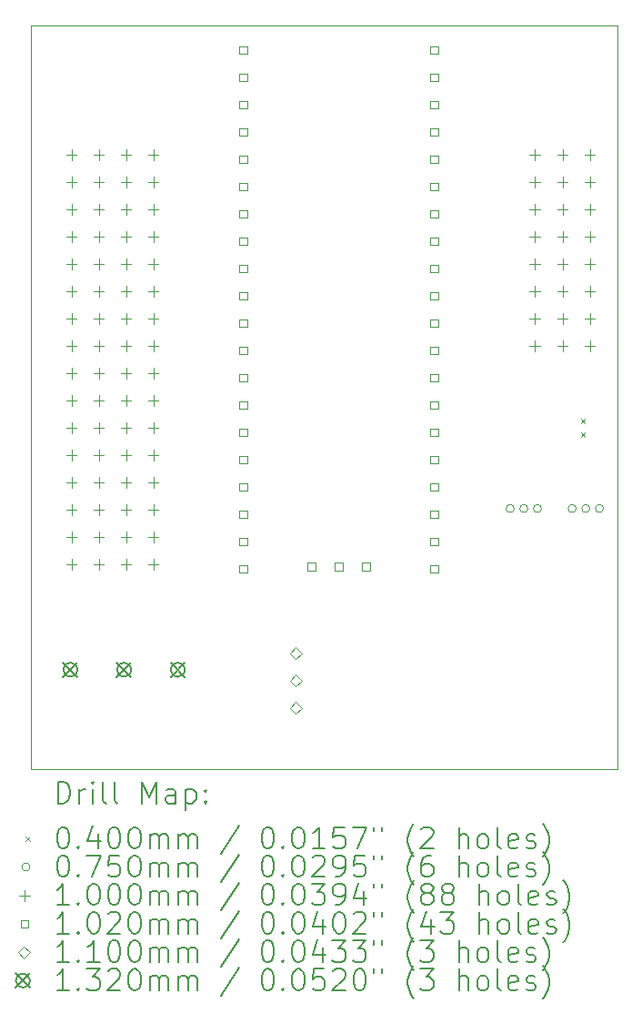
<source format=gbr>
%TF.GenerationSoftware,KiCad,Pcbnew,8.0.7*%
%TF.CreationDate,2025-01-17T18:29:09+11:00*%
%TF.ProjectId,MQTTDecoderExpansionBoard,4d515454-4465-4636-9f64-657245787061,A*%
%TF.SameCoordinates,Original*%
%TF.FileFunction,Drillmap*%
%TF.FilePolarity,Positive*%
%FSLAX45Y45*%
G04 Gerber Fmt 4.5, Leading zero omitted, Abs format (unit mm)*
G04 Created by KiCad (PCBNEW 8.0.7) date 2025-01-17 18:29:09*
%MOMM*%
%LPD*%
G01*
G04 APERTURE LIST*
%ADD10C,0.100000*%
%ADD11C,0.200000*%
%ADD12C,0.102000*%
%ADD13C,0.110000*%
%ADD14C,0.132000*%
G04 APERTURE END LIST*
D10*
X11430000Y-4254500D02*
X16891000Y-4254500D01*
X16891000Y-11176000D01*
X11430000Y-11176000D01*
X11430000Y-4254500D01*
D11*
D10*
X16553500Y-7917500D02*
X16593500Y-7957500D01*
X16593500Y-7917500D02*
X16553500Y-7957500D01*
X16553500Y-8044500D02*
X16593500Y-8084500D01*
X16593500Y-8044500D02*
X16553500Y-8084500D01*
X15933500Y-8750000D02*
G75*
G02*
X15858500Y-8750000I-37500J0D01*
G01*
X15858500Y-8750000D02*
G75*
G02*
X15933500Y-8750000I37500J0D01*
G01*
X16060500Y-8750000D02*
G75*
G02*
X15985500Y-8750000I-37500J0D01*
G01*
X15985500Y-8750000D02*
G75*
G02*
X16060500Y-8750000I37500J0D01*
G01*
X16187500Y-8750000D02*
G75*
G02*
X16112500Y-8750000I-37500J0D01*
G01*
X16112500Y-8750000D02*
G75*
G02*
X16187500Y-8750000I37500J0D01*
G01*
X16510500Y-8750000D02*
G75*
G02*
X16435500Y-8750000I-37500J0D01*
G01*
X16435500Y-8750000D02*
G75*
G02*
X16510500Y-8750000I37500J0D01*
G01*
X16637500Y-8750000D02*
G75*
G02*
X16562500Y-8750000I-37500J0D01*
G01*
X16562500Y-8750000D02*
G75*
G02*
X16637500Y-8750000I37500J0D01*
G01*
X16764500Y-8750000D02*
G75*
G02*
X16689500Y-8750000I-37500J0D01*
G01*
X16689500Y-8750000D02*
G75*
G02*
X16764500Y-8750000I37500J0D01*
G01*
X11811000Y-5411000D02*
X11811000Y-5511000D01*
X11761000Y-5461000D02*
X11861000Y-5461000D01*
X11811000Y-5665000D02*
X11811000Y-5765000D01*
X11761000Y-5715000D02*
X11861000Y-5715000D01*
X11811000Y-5919000D02*
X11811000Y-6019000D01*
X11761000Y-5969000D02*
X11861000Y-5969000D01*
X11811000Y-6173000D02*
X11811000Y-6273000D01*
X11761000Y-6223000D02*
X11861000Y-6223000D01*
X11811000Y-6427000D02*
X11811000Y-6527000D01*
X11761000Y-6477000D02*
X11861000Y-6477000D01*
X11811000Y-6681000D02*
X11811000Y-6781000D01*
X11761000Y-6731000D02*
X11861000Y-6731000D01*
X11811000Y-6935000D02*
X11811000Y-7035000D01*
X11761000Y-6985000D02*
X11861000Y-6985000D01*
X11811000Y-7189000D02*
X11811000Y-7289000D01*
X11761000Y-7239000D02*
X11861000Y-7239000D01*
X11811000Y-7443000D02*
X11811000Y-7543000D01*
X11761000Y-7493000D02*
X11861000Y-7493000D01*
X11811000Y-7697000D02*
X11811000Y-7797000D01*
X11761000Y-7747000D02*
X11861000Y-7747000D01*
X11811000Y-7951000D02*
X11811000Y-8051000D01*
X11761000Y-8001000D02*
X11861000Y-8001000D01*
X11811000Y-8205000D02*
X11811000Y-8305000D01*
X11761000Y-8255000D02*
X11861000Y-8255000D01*
X11811000Y-8459000D02*
X11811000Y-8559000D01*
X11761000Y-8509000D02*
X11861000Y-8509000D01*
X11811000Y-8713000D02*
X11811000Y-8813000D01*
X11761000Y-8763000D02*
X11861000Y-8763000D01*
X11811000Y-8967000D02*
X11811000Y-9067000D01*
X11761000Y-9017000D02*
X11861000Y-9017000D01*
X11811000Y-9221000D02*
X11811000Y-9321000D01*
X11761000Y-9271000D02*
X11861000Y-9271000D01*
X12065000Y-5411000D02*
X12065000Y-5511000D01*
X12015000Y-5461000D02*
X12115000Y-5461000D01*
X12065000Y-5665000D02*
X12065000Y-5765000D01*
X12015000Y-5715000D02*
X12115000Y-5715000D01*
X12065000Y-5919000D02*
X12065000Y-6019000D01*
X12015000Y-5969000D02*
X12115000Y-5969000D01*
X12065000Y-6173000D02*
X12065000Y-6273000D01*
X12015000Y-6223000D02*
X12115000Y-6223000D01*
X12065000Y-6427000D02*
X12065000Y-6527000D01*
X12015000Y-6477000D02*
X12115000Y-6477000D01*
X12065000Y-6681000D02*
X12065000Y-6781000D01*
X12015000Y-6731000D02*
X12115000Y-6731000D01*
X12065000Y-6935000D02*
X12065000Y-7035000D01*
X12015000Y-6985000D02*
X12115000Y-6985000D01*
X12065000Y-7189000D02*
X12065000Y-7289000D01*
X12015000Y-7239000D02*
X12115000Y-7239000D01*
X12065000Y-7443000D02*
X12065000Y-7543000D01*
X12015000Y-7493000D02*
X12115000Y-7493000D01*
X12065000Y-7697000D02*
X12065000Y-7797000D01*
X12015000Y-7747000D02*
X12115000Y-7747000D01*
X12065000Y-7951000D02*
X12065000Y-8051000D01*
X12015000Y-8001000D02*
X12115000Y-8001000D01*
X12065000Y-8205000D02*
X12065000Y-8305000D01*
X12015000Y-8255000D02*
X12115000Y-8255000D01*
X12065000Y-8459000D02*
X12065000Y-8559000D01*
X12015000Y-8509000D02*
X12115000Y-8509000D01*
X12065000Y-8713000D02*
X12065000Y-8813000D01*
X12015000Y-8763000D02*
X12115000Y-8763000D01*
X12065000Y-8967000D02*
X12065000Y-9067000D01*
X12015000Y-9017000D02*
X12115000Y-9017000D01*
X12065000Y-9221000D02*
X12065000Y-9321000D01*
X12015000Y-9271000D02*
X12115000Y-9271000D01*
X12319000Y-5411000D02*
X12319000Y-5511000D01*
X12269000Y-5461000D02*
X12369000Y-5461000D01*
X12319000Y-5665000D02*
X12319000Y-5765000D01*
X12269000Y-5715000D02*
X12369000Y-5715000D01*
X12319000Y-5919000D02*
X12319000Y-6019000D01*
X12269000Y-5969000D02*
X12369000Y-5969000D01*
X12319000Y-6173000D02*
X12319000Y-6273000D01*
X12269000Y-6223000D02*
X12369000Y-6223000D01*
X12319000Y-6427000D02*
X12319000Y-6527000D01*
X12269000Y-6477000D02*
X12369000Y-6477000D01*
X12319000Y-6681000D02*
X12319000Y-6781000D01*
X12269000Y-6731000D02*
X12369000Y-6731000D01*
X12319000Y-6935000D02*
X12319000Y-7035000D01*
X12269000Y-6985000D02*
X12369000Y-6985000D01*
X12319000Y-7189000D02*
X12319000Y-7289000D01*
X12269000Y-7239000D02*
X12369000Y-7239000D01*
X12319000Y-7443000D02*
X12319000Y-7543000D01*
X12269000Y-7493000D02*
X12369000Y-7493000D01*
X12319000Y-7697000D02*
X12319000Y-7797000D01*
X12269000Y-7747000D02*
X12369000Y-7747000D01*
X12319000Y-7951000D02*
X12319000Y-8051000D01*
X12269000Y-8001000D02*
X12369000Y-8001000D01*
X12319000Y-8205000D02*
X12319000Y-8305000D01*
X12269000Y-8255000D02*
X12369000Y-8255000D01*
X12319000Y-8459000D02*
X12319000Y-8559000D01*
X12269000Y-8509000D02*
X12369000Y-8509000D01*
X12319000Y-8713000D02*
X12319000Y-8813000D01*
X12269000Y-8763000D02*
X12369000Y-8763000D01*
X12319000Y-8967000D02*
X12319000Y-9067000D01*
X12269000Y-9017000D02*
X12369000Y-9017000D01*
X12319000Y-9221000D02*
X12319000Y-9321000D01*
X12269000Y-9271000D02*
X12369000Y-9271000D01*
X12573000Y-5411000D02*
X12573000Y-5511000D01*
X12523000Y-5461000D02*
X12623000Y-5461000D01*
X12573000Y-5665000D02*
X12573000Y-5765000D01*
X12523000Y-5715000D02*
X12623000Y-5715000D01*
X12573000Y-5919000D02*
X12573000Y-6019000D01*
X12523000Y-5969000D02*
X12623000Y-5969000D01*
X12573000Y-6173000D02*
X12573000Y-6273000D01*
X12523000Y-6223000D02*
X12623000Y-6223000D01*
X12573000Y-6427000D02*
X12573000Y-6527000D01*
X12523000Y-6477000D02*
X12623000Y-6477000D01*
X12573000Y-6681000D02*
X12573000Y-6781000D01*
X12523000Y-6731000D02*
X12623000Y-6731000D01*
X12573000Y-6935000D02*
X12573000Y-7035000D01*
X12523000Y-6985000D02*
X12623000Y-6985000D01*
X12573000Y-7189000D02*
X12573000Y-7289000D01*
X12523000Y-7239000D02*
X12623000Y-7239000D01*
X12573000Y-7443000D02*
X12573000Y-7543000D01*
X12523000Y-7493000D02*
X12623000Y-7493000D01*
X12573000Y-7697000D02*
X12573000Y-7797000D01*
X12523000Y-7747000D02*
X12623000Y-7747000D01*
X12573000Y-7951000D02*
X12573000Y-8051000D01*
X12523000Y-8001000D02*
X12623000Y-8001000D01*
X12573000Y-8205000D02*
X12573000Y-8305000D01*
X12523000Y-8255000D02*
X12623000Y-8255000D01*
X12573000Y-8459000D02*
X12573000Y-8559000D01*
X12523000Y-8509000D02*
X12623000Y-8509000D01*
X12573000Y-8713000D02*
X12573000Y-8813000D01*
X12523000Y-8763000D02*
X12623000Y-8763000D01*
X12573000Y-8967000D02*
X12573000Y-9067000D01*
X12523000Y-9017000D02*
X12623000Y-9017000D01*
X12573000Y-9221000D02*
X12573000Y-9321000D01*
X12523000Y-9271000D02*
X12623000Y-9271000D01*
X16127000Y-5411000D02*
X16127000Y-5511000D01*
X16077000Y-5461000D02*
X16177000Y-5461000D01*
X16127000Y-5665000D02*
X16127000Y-5765000D01*
X16077000Y-5715000D02*
X16177000Y-5715000D01*
X16127000Y-5919000D02*
X16127000Y-6019000D01*
X16077000Y-5969000D02*
X16177000Y-5969000D01*
X16127000Y-6173000D02*
X16127000Y-6273000D01*
X16077000Y-6223000D02*
X16177000Y-6223000D01*
X16127000Y-6427000D02*
X16127000Y-6527000D01*
X16077000Y-6477000D02*
X16177000Y-6477000D01*
X16127000Y-6681000D02*
X16127000Y-6781000D01*
X16077000Y-6731000D02*
X16177000Y-6731000D01*
X16127000Y-6935000D02*
X16127000Y-7035000D01*
X16077000Y-6985000D02*
X16177000Y-6985000D01*
X16127000Y-7189000D02*
X16127000Y-7289000D01*
X16077000Y-7239000D02*
X16177000Y-7239000D01*
X16383000Y-5411000D02*
X16383000Y-5511000D01*
X16333000Y-5461000D02*
X16433000Y-5461000D01*
X16383000Y-5665000D02*
X16383000Y-5765000D01*
X16333000Y-5715000D02*
X16433000Y-5715000D01*
X16383000Y-5919000D02*
X16383000Y-6019000D01*
X16333000Y-5969000D02*
X16433000Y-5969000D01*
X16383000Y-6173000D02*
X16383000Y-6273000D01*
X16333000Y-6223000D02*
X16433000Y-6223000D01*
X16383000Y-6427000D02*
X16383000Y-6527000D01*
X16333000Y-6477000D02*
X16433000Y-6477000D01*
X16383000Y-6681000D02*
X16383000Y-6781000D01*
X16333000Y-6731000D02*
X16433000Y-6731000D01*
X16383000Y-6935000D02*
X16383000Y-7035000D01*
X16333000Y-6985000D02*
X16433000Y-6985000D01*
X16383000Y-7189000D02*
X16383000Y-7289000D01*
X16333000Y-7239000D02*
X16433000Y-7239000D01*
X16637000Y-5411000D02*
X16637000Y-5511000D01*
X16587000Y-5461000D02*
X16687000Y-5461000D01*
X16637000Y-5665000D02*
X16637000Y-5765000D01*
X16587000Y-5715000D02*
X16687000Y-5715000D01*
X16637000Y-5919000D02*
X16637000Y-6019000D01*
X16587000Y-5969000D02*
X16687000Y-5969000D01*
X16637000Y-6173000D02*
X16637000Y-6273000D01*
X16587000Y-6223000D02*
X16687000Y-6223000D01*
X16637000Y-6427000D02*
X16637000Y-6527000D01*
X16587000Y-6477000D02*
X16687000Y-6477000D01*
X16637000Y-6681000D02*
X16637000Y-6781000D01*
X16587000Y-6731000D02*
X16687000Y-6731000D01*
X16637000Y-6935000D02*
X16637000Y-7035000D01*
X16587000Y-6985000D02*
X16687000Y-6985000D01*
X16637000Y-7189000D02*
X16637000Y-7289000D01*
X16587000Y-7239000D02*
X16687000Y-7239000D01*
D12*
X13447063Y-4523063D02*
X13447063Y-4450937D01*
X13374937Y-4450937D01*
X13374937Y-4523063D01*
X13447063Y-4523063D01*
X13447063Y-4777063D02*
X13447063Y-4704937D01*
X13374937Y-4704937D01*
X13374937Y-4777063D01*
X13447063Y-4777063D01*
X13447063Y-5031063D02*
X13447063Y-4958937D01*
X13374937Y-4958937D01*
X13374937Y-5031063D01*
X13447063Y-5031063D01*
X13447063Y-5285063D02*
X13447063Y-5212937D01*
X13374937Y-5212937D01*
X13374937Y-5285063D01*
X13447063Y-5285063D01*
X13447063Y-5539063D02*
X13447063Y-5466937D01*
X13374937Y-5466937D01*
X13374937Y-5539063D01*
X13447063Y-5539063D01*
X13447063Y-5793063D02*
X13447063Y-5720937D01*
X13374937Y-5720937D01*
X13374937Y-5793063D01*
X13447063Y-5793063D01*
X13447063Y-6047063D02*
X13447063Y-5974937D01*
X13374937Y-5974937D01*
X13374937Y-6047063D01*
X13447063Y-6047063D01*
X13447063Y-6301063D02*
X13447063Y-6228937D01*
X13374937Y-6228937D01*
X13374937Y-6301063D01*
X13447063Y-6301063D01*
X13447063Y-6555063D02*
X13447063Y-6482937D01*
X13374937Y-6482937D01*
X13374937Y-6555063D01*
X13447063Y-6555063D01*
X13447063Y-6809063D02*
X13447063Y-6736937D01*
X13374937Y-6736937D01*
X13374937Y-6809063D01*
X13447063Y-6809063D01*
X13447063Y-7063063D02*
X13447063Y-6990937D01*
X13374937Y-6990937D01*
X13374937Y-7063063D01*
X13447063Y-7063063D01*
X13447063Y-7317063D02*
X13447063Y-7244937D01*
X13374937Y-7244937D01*
X13374937Y-7317063D01*
X13447063Y-7317063D01*
X13447063Y-7571063D02*
X13447063Y-7498937D01*
X13374937Y-7498937D01*
X13374937Y-7571063D01*
X13447063Y-7571063D01*
X13447063Y-7825063D02*
X13447063Y-7752937D01*
X13374937Y-7752937D01*
X13374937Y-7825063D01*
X13447063Y-7825063D01*
X13447063Y-8079063D02*
X13447063Y-8006937D01*
X13374937Y-8006937D01*
X13374937Y-8079063D01*
X13447063Y-8079063D01*
X13447063Y-8333063D02*
X13447063Y-8260937D01*
X13374937Y-8260937D01*
X13374937Y-8333063D01*
X13447063Y-8333063D01*
X13447063Y-8587063D02*
X13447063Y-8514937D01*
X13374937Y-8514937D01*
X13374937Y-8587063D01*
X13447063Y-8587063D01*
X13447063Y-8841063D02*
X13447063Y-8768937D01*
X13374937Y-8768937D01*
X13374937Y-8841063D01*
X13447063Y-8841063D01*
X13447063Y-9095063D02*
X13447063Y-9022937D01*
X13374937Y-9022937D01*
X13374937Y-9095063D01*
X13447063Y-9095063D01*
X13447063Y-9349063D02*
X13447063Y-9276937D01*
X13374937Y-9276937D01*
X13374937Y-9349063D01*
X13447063Y-9349063D01*
X14082063Y-9326063D02*
X14082063Y-9253937D01*
X14009937Y-9253937D01*
X14009937Y-9326063D01*
X14082063Y-9326063D01*
X14336063Y-9326063D02*
X14336063Y-9253937D01*
X14263937Y-9253937D01*
X14263937Y-9326063D01*
X14336063Y-9326063D01*
X14590063Y-9326063D02*
X14590063Y-9253937D01*
X14517937Y-9253937D01*
X14517937Y-9326063D01*
X14590063Y-9326063D01*
X15225063Y-4523063D02*
X15225063Y-4450937D01*
X15152937Y-4450937D01*
X15152937Y-4523063D01*
X15225063Y-4523063D01*
X15225063Y-4777063D02*
X15225063Y-4704937D01*
X15152937Y-4704937D01*
X15152937Y-4777063D01*
X15225063Y-4777063D01*
X15225063Y-5031063D02*
X15225063Y-4958937D01*
X15152937Y-4958937D01*
X15152937Y-5031063D01*
X15225063Y-5031063D01*
X15225063Y-5285063D02*
X15225063Y-5212937D01*
X15152937Y-5212937D01*
X15152937Y-5285063D01*
X15225063Y-5285063D01*
X15225063Y-5539063D02*
X15225063Y-5466937D01*
X15152937Y-5466937D01*
X15152937Y-5539063D01*
X15225063Y-5539063D01*
X15225063Y-5793063D02*
X15225063Y-5720937D01*
X15152937Y-5720937D01*
X15152937Y-5793063D01*
X15225063Y-5793063D01*
X15225063Y-6047063D02*
X15225063Y-5974937D01*
X15152937Y-5974937D01*
X15152937Y-6047063D01*
X15225063Y-6047063D01*
X15225063Y-6301063D02*
X15225063Y-6228937D01*
X15152937Y-6228937D01*
X15152937Y-6301063D01*
X15225063Y-6301063D01*
X15225063Y-6555063D02*
X15225063Y-6482937D01*
X15152937Y-6482937D01*
X15152937Y-6555063D01*
X15225063Y-6555063D01*
X15225063Y-6809063D02*
X15225063Y-6736937D01*
X15152937Y-6736937D01*
X15152937Y-6809063D01*
X15225063Y-6809063D01*
X15225063Y-7063063D02*
X15225063Y-6990937D01*
X15152937Y-6990937D01*
X15152937Y-7063063D01*
X15225063Y-7063063D01*
X15225063Y-7317063D02*
X15225063Y-7244937D01*
X15152937Y-7244937D01*
X15152937Y-7317063D01*
X15225063Y-7317063D01*
X15225063Y-7571063D02*
X15225063Y-7498937D01*
X15152937Y-7498937D01*
X15152937Y-7571063D01*
X15225063Y-7571063D01*
X15225063Y-7825063D02*
X15225063Y-7752937D01*
X15152937Y-7752937D01*
X15152937Y-7825063D01*
X15225063Y-7825063D01*
X15225063Y-8079063D02*
X15225063Y-8006937D01*
X15152937Y-8006937D01*
X15152937Y-8079063D01*
X15225063Y-8079063D01*
X15225063Y-8333063D02*
X15225063Y-8260937D01*
X15152937Y-8260937D01*
X15152937Y-8333063D01*
X15225063Y-8333063D01*
X15225063Y-8587063D02*
X15225063Y-8514937D01*
X15152937Y-8514937D01*
X15152937Y-8587063D01*
X15225063Y-8587063D01*
X15225063Y-8841063D02*
X15225063Y-8768937D01*
X15152937Y-8768937D01*
X15152937Y-8841063D01*
X15225063Y-8841063D01*
X15225063Y-9095063D02*
X15225063Y-9022937D01*
X15152937Y-9022937D01*
X15152937Y-9095063D01*
X15225063Y-9095063D01*
X15225063Y-9349063D02*
X15225063Y-9276937D01*
X15152937Y-9276937D01*
X15152937Y-9349063D01*
X15225063Y-9349063D01*
D13*
X13900000Y-10151000D02*
X13955000Y-10096000D01*
X13900000Y-10041000D01*
X13845000Y-10096000D01*
X13900000Y-10151000D01*
X13900000Y-10405000D02*
X13955000Y-10350000D01*
X13900000Y-10295000D01*
X13845000Y-10350000D01*
X13900000Y-10405000D01*
X13900000Y-10659000D02*
X13955000Y-10604000D01*
X13900000Y-10549000D01*
X13845000Y-10604000D01*
X13900000Y-10659000D01*
D14*
X11734000Y-10184000D02*
X11866000Y-10316000D01*
X11866000Y-10184000D02*
X11734000Y-10316000D01*
X11866000Y-10250000D02*
G75*
G02*
X11734000Y-10250000I-66000J0D01*
G01*
X11734000Y-10250000D02*
G75*
G02*
X11866000Y-10250000I66000J0D01*
G01*
X12234000Y-10184000D02*
X12366000Y-10316000D01*
X12366000Y-10184000D02*
X12234000Y-10316000D01*
X12366000Y-10250000D02*
G75*
G02*
X12234000Y-10250000I-66000J0D01*
G01*
X12234000Y-10250000D02*
G75*
G02*
X12366000Y-10250000I66000J0D01*
G01*
X12734000Y-10184000D02*
X12866000Y-10316000D01*
X12866000Y-10184000D02*
X12734000Y-10316000D01*
X12866000Y-10250000D02*
G75*
G02*
X12734000Y-10250000I-66000J0D01*
G01*
X12734000Y-10250000D02*
G75*
G02*
X12866000Y-10250000I66000J0D01*
G01*
D11*
X11685777Y-11492484D02*
X11685777Y-11292484D01*
X11685777Y-11292484D02*
X11733396Y-11292484D01*
X11733396Y-11292484D02*
X11761967Y-11302008D01*
X11761967Y-11302008D02*
X11781015Y-11321055D01*
X11781015Y-11321055D02*
X11790539Y-11340103D01*
X11790539Y-11340103D02*
X11800062Y-11378198D01*
X11800062Y-11378198D02*
X11800062Y-11406769D01*
X11800062Y-11406769D02*
X11790539Y-11444865D01*
X11790539Y-11444865D02*
X11781015Y-11463912D01*
X11781015Y-11463912D02*
X11761967Y-11482960D01*
X11761967Y-11482960D02*
X11733396Y-11492484D01*
X11733396Y-11492484D02*
X11685777Y-11492484D01*
X11885777Y-11492484D02*
X11885777Y-11359150D01*
X11885777Y-11397246D02*
X11895301Y-11378198D01*
X11895301Y-11378198D02*
X11904824Y-11368674D01*
X11904824Y-11368674D02*
X11923872Y-11359150D01*
X11923872Y-11359150D02*
X11942920Y-11359150D01*
X12009586Y-11492484D02*
X12009586Y-11359150D01*
X12009586Y-11292484D02*
X12000062Y-11302008D01*
X12000062Y-11302008D02*
X12009586Y-11311531D01*
X12009586Y-11311531D02*
X12019110Y-11302008D01*
X12019110Y-11302008D02*
X12009586Y-11292484D01*
X12009586Y-11292484D02*
X12009586Y-11311531D01*
X12133396Y-11492484D02*
X12114348Y-11482960D01*
X12114348Y-11482960D02*
X12104824Y-11463912D01*
X12104824Y-11463912D02*
X12104824Y-11292484D01*
X12238158Y-11492484D02*
X12219110Y-11482960D01*
X12219110Y-11482960D02*
X12209586Y-11463912D01*
X12209586Y-11463912D02*
X12209586Y-11292484D01*
X12466729Y-11492484D02*
X12466729Y-11292484D01*
X12466729Y-11292484D02*
X12533396Y-11435341D01*
X12533396Y-11435341D02*
X12600062Y-11292484D01*
X12600062Y-11292484D02*
X12600062Y-11492484D01*
X12781015Y-11492484D02*
X12781015Y-11387722D01*
X12781015Y-11387722D02*
X12771491Y-11368674D01*
X12771491Y-11368674D02*
X12752443Y-11359150D01*
X12752443Y-11359150D02*
X12714348Y-11359150D01*
X12714348Y-11359150D02*
X12695301Y-11368674D01*
X12781015Y-11482960D02*
X12761967Y-11492484D01*
X12761967Y-11492484D02*
X12714348Y-11492484D01*
X12714348Y-11492484D02*
X12695301Y-11482960D01*
X12695301Y-11482960D02*
X12685777Y-11463912D01*
X12685777Y-11463912D02*
X12685777Y-11444865D01*
X12685777Y-11444865D02*
X12695301Y-11425817D01*
X12695301Y-11425817D02*
X12714348Y-11416293D01*
X12714348Y-11416293D02*
X12761967Y-11416293D01*
X12761967Y-11416293D02*
X12781015Y-11406769D01*
X12876253Y-11359150D02*
X12876253Y-11559150D01*
X12876253Y-11368674D02*
X12895301Y-11359150D01*
X12895301Y-11359150D02*
X12933396Y-11359150D01*
X12933396Y-11359150D02*
X12952443Y-11368674D01*
X12952443Y-11368674D02*
X12961967Y-11378198D01*
X12961967Y-11378198D02*
X12971491Y-11397246D01*
X12971491Y-11397246D02*
X12971491Y-11454388D01*
X12971491Y-11454388D02*
X12961967Y-11473436D01*
X12961967Y-11473436D02*
X12952443Y-11482960D01*
X12952443Y-11482960D02*
X12933396Y-11492484D01*
X12933396Y-11492484D02*
X12895301Y-11492484D01*
X12895301Y-11492484D02*
X12876253Y-11482960D01*
X13057205Y-11473436D02*
X13066729Y-11482960D01*
X13066729Y-11482960D02*
X13057205Y-11492484D01*
X13057205Y-11492484D02*
X13047682Y-11482960D01*
X13047682Y-11482960D02*
X13057205Y-11473436D01*
X13057205Y-11473436D02*
X13057205Y-11492484D01*
X13057205Y-11368674D02*
X13066729Y-11378198D01*
X13066729Y-11378198D02*
X13057205Y-11387722D01*
X13057205Y-11387722D02*
X13047682Y-11378198D01*
X13047682Y-11378198D02*
X13057205Y-11368674D01*
X13057205Y-11368674D02*
X13057205Y-11387722D01*
D10*
X11385000Y-11801000D02*
X11425000Y-11841000D01*
X11425000Y-11801000D02*
X11385000Y-11841000D01*
D11*
X11723872Y-11712484D02*
X11742920Y-11712484D01*
X11742920Y-11712484D02*
X11761967Y-11722008D01*
X11761967Y-11722008D02*
X11771491Y-11731531D01*
X11771491Y-11731531D02*
X11781015Y-11750579D01*
X11781015Y-11750579D02*
X11790539Y-11788674D01*
X11790539Y-11788674D02*
X11790539Y-11836293D01*
X11790539Y-11836293D02*
X11781015Y-11874388D01*
X11781015Y-11874388D02*
X11771491Y-11893436D01*
X11771491Y-11893436D02*
X11761967Y-11902960D01*
X11761967Y-11902960D02*
X11742920Y-11912484D01*
X11742920Y-11912484D02*
X11723872Y-11912484D01*
X11723872Y-11912484D02*
X11704824Y-11902960D01*
X11704824Y-11902960D02*
X11695301Y-11893436D01*
X11695301Y-11893436D02*
X11685777Y-11874388D01*
X11685777Y-11874388D02*
X11676253Y-11836293D01*
X11676253Y-11836293D02*
X11676253Y-11788674D01*
X11676253Y-11788674D02*
X11685777Y-11750579D01*
X11685777Y-11750579D02*
X11695301Y-11731531D01*
X11695301Y-11731531D02*
X11704824Y-11722008D01*
X11704824Y-11722008D02*
X11723872Y-11712484D01*
X11876253Y-11893436D02*
X11885777Y-11902960D01*
X11885777Y-11902960D02*
X11876253Y-11912484D01*
X11876253Y-11912484D02*
X11866729Y-11902960D01*
X11866729Y-11902960D02*
X11876253Y-11893436D01*
X11876253Y-11893436D02*
X11876253Y-11912484D01*
X12057205Y-11779150D02*
X12057205Y-11912484D01*
X12009586Y-11702960D02*
X11961967Y-11845817D01*
X11961967Y-11845817D02*
X12085777Y-11845817D01*
X12200062Y-11712484D02*
X12219110Y-11712484D01*
X12219110Y-11712484D02*
X12238158Y-11722008D01*
X12238158Y-11722008D02*
X12247682Y-11731531D01*
X12247682Y-11731531D02*
X12257205Y-11750579D01*
X12257205Y-11750579D02*
X12266729Y-11788674D01*
X12266729Y-11788674D02*
X12266729Y-11836293D01*
X12266729Y-11836293D02*
X12257205Y-11874388D01*
X12257205Y-11874388D02*
X12247682Y-11893436D01*
X12247682Y-11893436D02*
X12238158Y-11902960D01*
X12238158Y-11902960D02*
X12219110Y-11912484D01*
X12219110Y-11912484D02*
X12200062Y-11912484D01*
X12200062Y-11912484D02*
X12181015Y-11902960D01*
X12181015Y-11902960D02*
X12171491Y-11893436D01*
X12171491Y-11893436D02*
X12161967Y-11874388D01*
X12161967Y-11874388D02*
X12152443Y-11836293D01*
X12152443Y-11836293D02*
X12152443Y-11788674D01*
X12152443Y-11788674D02*
X12161967Y-11750579D01*
X12161967Y-11750579D02*
X12171491Y-11731531D01*
X12171491Y-11731531D02*
X12181015Y-11722008D01*
X12181015Y-11722008D02*
X12200062Y-11712484D01*
X12390539Y-11712484D02*
X12409586Y-11712484D01*
X12409586Y-11712484D02*
X12428634Y-11722008D01*
X12428634Y-11722008D02*
X12438158Y-11731531D01*
X12438158Y-11731531D02*
X12447682Y-11750579D01*
X12447682Y-11750579D02*
X12457205Y-11788674D01*
X12457205Y-11788674D02*
X12457205Y-11836293D01*
X12457205Y-11836293D02*
X12447682Y-11874388D01*
X12447682Y-11874388D02*
X12438158Y-11893436D01*
X12438158Y-11893436D02*
X12428634Y-11902960D01*
X12428634Y-11902960D02*
X12409586Y-11912484D01*
X12409586Y-11912484D02*
X12390539Y-11912484D01*
X12390539Y-11912484D02*
X12371491Y-11902960D01*
X12371491Y-11902960D02*
X12361967Y-11893436D01*
X12361967Y-11893436D02*
X12352443Y-11874388D01*
X12352443Y-11874388D02*
X12342920Y-11836293D01*
X12342920Y-11836293D02*
X12342920Y-11788674D01*
X12342920Y-11788674D02*
X12352443Y-11750579D01*
X12352443Y-11750579D02*
X12361967Y-11731531D01*
X12361967Y-11731531D02*
X12371491Y-11722008D01*
X12371491Y-11722008D02*
X12390539Y-11712484D01*
X12542920Y-11912484D02*
X12542920Y-11779150D01*
X12542920Y-11798198D02*
X12552443Y-11788674D01*
X12552443Y-11788674D02*
X12571491Y-11779150D01*
X12571491Y-11779150D02*
X12600063Y-11779150D01*
X12600063Y-11779150D02*
X12619110Y-11788674D01*
X12619110Y-11788674D02*
X12628634Y-11807722D01*
X12628634Y-11807722D02*
X12628634Y-11912484D01*
X12628634Y-11807722D02*
X12638158Y-11788674D01*
X12638158Y-11788674D02*
X12657205Y-11779150D01*
X12657205Y-11779150D02*
X12685777Y-11779150D01*
X12685777Y-11779150D02*
X12704824Y-11788674D01*
X12704824Y-11788674D02*
X12714348Y-11807722D01*
X12714348Y-11807722D02*
X12714348Y-11912484D01*
X12809586Y-11912484D02*
X12809586Y-11779150D01*
X12809586Y-11798198D02*
X12819110Y-11788674D01*
X12819110Y-11788674D02*
X12838158Y-11779150D01*
X12838158Y-11779150D02*
X12866729Y-11779150D01*
X12866729Y-11779150D02*
X12885777Y-11788674D01*
X12885777Y-11788674D02*
X12895301Y-11807722D01*
X12895301Y-11807722D02*
X12895301Y-11912484D01*
X12895301Y-11807722D02*
X12904824Y-11788674D01*
X12904824Y-11788674D02*
X12923872Y-11779150D01*
X12923872Y-11779150D02*
X12952443Y-11779150D01*
X12952443Y-11779150D02*
X12971491Y-11788674D01*
X12971491Y-11788674D02*
X12981015Y-11807722D01*
X12981015Y-11807722D02*
X12981015Y-11912484D01*
X13371491Y-11702960D02*
X13200063Y-11960103D01*
X13628634Y-11712484D02*
X13647682Y-11712484D01*
X13647682Y-11712484D02*
X13666729Y-11722008D01*
X13666729Y-11722008D02*
X13676253Y-11731531D01*
X13676253Y-11731531D02*
X13685777Y-11750579D01*
X13685777Y-11750579D02*
X13695301Y-11788674D01*
X13695301Y-11788674D02*
X13695301Y-11836293D01*
X13695301Y-11836293D02*
X13685777Y-11874388D01*
X13685777Y-11874388D02*
X13676253Y-11893436D01*
X13676253Y-11893436D02*
X13666729Y-11902960D01*
X13666729Y-11902960D02*
X13647682Y-11912484D01*
X13647682Y-11912484D02*
X13628634Y-11912484D01*
X13628634Y-11912484D02*
X13609586Y-11902960D01*
X13609586Y-11902960D02*
X13600063Y-11893436D01*
X13600063Y-11893436D02*
X13590539Y-11874388D01*
X13590539Y-11874388D02*
X13581015Y-11836293D01*
X13581015Y-11836293D02*
X13581015Y-11788674D01*
X13581015Y-11788674D02*
X13590539Y-11750579D01*
X13590539Y-11750579D02*
X13600063Y-11731531D01*
X13600063Y-11731531D02*
X13609586Y-11722008D01*
X13609586Y-11722008D02*
X13628634Y-11712484D01*
X13781015Y-11893436D02*
X13790539Y-11902960D01*
X13790539Y-11902960D02*
X13781015Y-11912484D01*
X13781015Y-11912484D02*
X13771491Y-11902960D01*
X13771491Y-11902960D02*
X13781015Y-11893436D01*
X13781015Y-11893436D02*
X13781015Y-11912484D01*
X13914348Y-11712484D02*
X13933396Y-11712484D01*
X13933396Y-11712484D02*
X13952444Y-11722008D01*
X13952444Y-11722008D02*
X13961967Y-11731531D01*
X13961967Y-11731531D02*
X13971491Y-11750579D01*
X13971491Y-11750579D02*
X13981015Y-11788674D01*
X13981015Y-11788674D02*
X13981015Y-11836293D01*
X13981015Y-11836293D02*
X13971491Y-11874388D01*
X13971491Y-11874388D02*
X13961967Y-11893436D01*
X13961967Y-11893436D02*
X13952444Y-11902960D01*
X13952444Y-11902960D02*
X13933396Y-11912484D01*
X13933396Y-11912484D02*
X13914348Y-11912484D01*
X13914348Y-11912484D02*
X13895301Y-11902960D01*
X13895301Y-11902960D02*
X13885777Y-11893436D01*
X13885777Y-11893436D02*
X13876253Y-11874388D01*
X13876253Y-11874388D02*
X13866729Y-11836293D01*
X13866729Y-11836293D02*
X13866729Y-11788674D01*
X13866729Y-11788674D02*
X13876253Y-11750579D01*
X13876253Y-11750579D02*
X13885777Y-11731531D01*
X13885777Y-11731531D02*
X13895301Y-11722008D01*
X13895301Y-11722008D02*
X13914348Y-11712484D01*
X14171491Y-11912484D02*
X14057206Y-11912484D01*
X14114348Y-11912484D02*
X14114348Y-11712484D01*
X14114348Y-11712484D02*
X14095301Y-11741055D01*
X14095301Y-11741055D02*
X14076253Y-11760103D01*
X14076253Y-11760103D02*
X14057206Y-11769627D01*
X14352444Y-11712484D02*
X14257206Y-11712484D01*
X14257206Y-11712484D02*
X14247682Y-11807722D01*
X14247682Y-11807722D02*
X14257206Y-11798198D01*
X14257206Y-11798198D02*
X14276253Y-11788674D01*
X14276253Y-11788674D02*
X14323872Y-11788674D01*
X14323872Y-11788674D02*
X14342920Y-11798198D01*
X14342920Y-11798198D02*
X14352444Y-11807722D01*
X14352444Y-11807722D02*
X14361967Y-11826769D01*
X14361967Y-11826769D02*
X14361967Y-11874388D01*
X14361967Y-11874388D02*
X14352444Y-11893436D01*
X14352444Y-11893436D02*
X14342920Y-11902960D01*
X14342920Y-11902960D02*
X14323872Y-11912484D01*
X14323872Y-11912484D02*
X14276253Y-11912484D01*
X14276253Y-11912484D02*
X14257206Y-11902960D01*
X14257206Y-11902960D02*
X14247682Y-11893436D01*
X14428634Y-11712484D02*
X14561967Y-11712484D01*
X14561967Y-11712484D02*
X14476253Y-11912484D01*
X14628634Y-11712484D02*
X14628634Y-11750579D01*
X14704825Y-11712484D02*
X14704825Y-11750579D01*
X15000063Y-11988674D02*
X14990539Y-11979150D01*
X14990539Y-11979150D02*
X14971491Y-11950579D01*
X14971491Y-11950579D02*
X14961968Y-11931531D01*
X14961968Y-11931531D02*
X14952444Y-11902960D01*
X14952444Y-11902960D02*
X14942920Y-11855341D01*
X14942920Y-11855341D02*
X14942920Y-11817246D01*
X14942920Y-11817246D02*
X14952444Y-11769627D01*
X14952444Y-11769627D02*
X14961968Y-11741055D01*
X14961968Y-11741055D02*
X14971491Y-11722008D01*
X14971491Y-11722008D02*
X14990539Y-11693436D01*
X14990539Y-11693436D02*
X15000063Y-11683912D01*
X15066729Y-11731531D02*
X15076253Y-11722008D01*
X15076253Y-11722008D02*
X15095301Y-11712484D01*
X15095301Y-11712484D02*
X15142920Y-11712484D01*
X15142920Y-11712484D02*
X15161968Y-11722008D01*
X15161968Y-11722008D02*
X15171491Y-11731531D01*
X15171491Y-11731531D02*
X15181015Y-11750579D01*
X15181015Y-11750579D02*
X15181015Y-11769627D01*
X15181015Y-11769627D02*
X15171491Y-11798198D01*
X15171491Y-11798198D02*
X15057206Y-11912484D01*
X15057206Y-11912484D02*
X15181015Y-11912484D01*
X15419110Y-11912484D02*
X15419110Y-11712484D01*
X15504825Y-11912484D02*
X15504825Y-11807722D01*
X15504825Y-11807722D02*
X15495301Y-11788674D01*
X15495301Y-11788674D02*
X15476253Y-11779150D01*
X15476253Y-11779150D02*
X15447682Y-11779150D01*
X15447682Y-11779150D02*
X15428634Y-11788674D01*
X15428634Y-11788674D02*
X15419110Y-11798198D01*
X15628634Y-11912484D02*
X15609587Y-11902960D01*
X15609587Y-11902960D02*
X15600063Y-11893436D01*
X15600063Y-11893436D02*
X15590539Y-11874388D01*
X15590539Y-11874388D02*
X15590539Y-11817246D01*
X15590539Y-11817246D02*
X15600063Y-11798198D01*
X15600063Y-11798198D02*
X15609587Y-11788674D01*
X15609587Y-11788674D02*
X15628634Y-11779150D01*
X15628634Y-11779150D02*
X15657206Y-11779150D01*
X15657206Y-11779150D02*
X15676253Y-11788674D01*
X15676253Y-11788674D02*
X15685777Y-11798198D01*
X15685777Y-11798198D02*
X15695301Y-11817246D01*
X15695301Y-11817246D02*
X15695301Y-11874388D01*
X15695301Y-11874388D02*
X15685777Y-11893436D01*
X15685777Y-11893436D02*
X15676253Y-11902960D01*
X15676253Y-11902960D02*
X15657206Y-11912484D01*
X15657206Y-11912484D02*
X15628634Y-11912484D01*
X15809587Y-11912484D02*
X15790539Y-11902960D01*
X15790539Y-11902960D02*
X15781015Y-11883912D01*
X15781015Y-11883912D02*
X15781015Y-11712484D01*
X15961968Y-11902960D02*
X15942920Y-11912484D01*
X15942920Y-11912484D02*
X15904825Y-11912484D01*
X15904825Y-11912484D02*
X15885777Y-11902960D01*
X15885777Y-11902960D02*
X15876253Y-11883912D01*
X15876253Y-11883912D02*
X15876253Y-11807722D01*
X15876253Y-11807722D02*
X15885777Y-11788674D01*
X15885777Y-11788674D02*
X15904825Y-11779150D01*
X15904825Y-11779150D02*
X15942920Y-11779150D01*
X15942920Y-11779150D02*
X15961968Y-11788674D01*
X15961968Y-11788674D02*
X15971491Y-11807722D01*
X15971491Y-11807722D02*
X15971491Y-11826769D01*
X15971491Y-11826769D02*
X15876253Y-11845817D01*
X16047682Y-11902960D02*
X16066730Y-11912484D01*
X16066730Y-11912484D02*
X16104825Y-11912484D01*
X16104825Y-11912484D02*
X16123872Y-11902960D01*
X16123872Y-11902960D02*
X16133396Y-11883912D01*
X16133396Y-11883912D02*
X16133396Y-11874388D01*
X16133396Y-11874388D02*
X16123872Y-11855341D01*
X16123872Y-11855341D02*
X16104825Y-11845817D01*
X16104825Y-11845817D02*
X16076253Y-11845817D01*
X16076253Y-11845817D02*
X16057206Y-11836293D01*
X16057206Y-11836293D02*
X16047682Y-11817246D01*
X16047682Y-11817246D02*
X16047682Y-11807722D01*
X16047682Y-11807722D02*
X16057206Y-11788674D01*
X16057206Y-11788674D02*
X16076253Y-11779150D01*
X16076253Y-11779150D02*
X16104825Y-11779150D01*
X16104825Y-11779150D02*
X16123872Y-11788674D01*
X16200063Y-11988674D02*
X16209587Y-11979150D01*
X16209587Y-11979150D02*
X16228634Y-11950579D01*
X16228634Y-11950579D02*
X16238158Y-11931531D01*
X16238158Y-11931531D02*
X16247682Y-11902960D01*
X16247682Y-11902960D02*
X16257206Y-11855341D01*
X16257206Y-11855341D02*
X16257206Y-11817246D01*
X16257206Y-11817246D02*
X16247682Y-11769627D01*
X16247682Y-11769627D02*
X16238158Y-11741055D01*
X16238158Y-11741055D02*
X16228634Y-11722008D01*
X16228634Y-11722008D02*
X16209587Y-11693436D01*
X16209587Y-11693436D02*
X16200063Y-11683912D01*
D10*
X11425000Y-12085000D02*
G75*
G02*
X11350000Y-12085000I-37500J0D01*
G01*
X11350000Y-12085000D02*
G75*
G02*
X11425000Y-12085000I37500J0D01*
G01*
D11*
X11723872Y-11976484D02*
X11742920Y-11976484D01*
X11742920Y-11976484D02*
X11761967Y-11986008D01*
X11761967Y-11986008D02*
X11771491Y-11995531D01*
X11771491Y-11995531D02*
X11781015Y-12014579D01*
X11781015Y-12014579D02*
X11790539Y-12052674D01*
X11790539Y-12052674D02*
X11790539Y-12100293D01*
X11790539Y-12100293D02*
X11781015Y-12138388D01*
X11781015Y-12138388D02*
X11771491Y-12157436D01*
X11771491Y-12157436D02*
X11761967Y-12166960D01*
X11761967Y-12166960D02*
X11742920Y-12176484D01*
X11742920Y-12176484D02*
X11723872Y-12176484D01*
X11723872Y-12176484D02*
X11704824Y-12166960D01*
X11704824Y-12166960D02*
X11695301Y-12157436D01*
X11695301Y-12157436D02*
X11685777Y-12138388D01*
X11685777Y-12138388D02*
X11676253Y-12100293D01*
X11676253Y-12100293D02*
X11676253Y-12052674D01*
X11676253Y-12052674D02*
X11685777Y-12014579D01*
X11685777Y-12014579D02*
X11695301Y-11995531D01*
X11695301Y-11995531D02*
X11704824Y-11986008D01*
X11704824Y-11986008D02*
X11723872Y-11976484D01*
X11876253Y-12157436D02*
X11885777Y-12166960D01*
X11885777Y-12166960D02*
X11876253Y-12176484D01*
X11876253Y-12176484D02*
X11866729Y-12166960D01*
X11866729Y-12166960D02*
X11876253Y-12157436D01*
X11876253Y-12157436D02*
X11876253Y-12176484D01*
X11952443Y-11976484D02*
X12085777Y-11976484D01*
X12085777Y-11976484D02*
X12000062Y-12176484D01*
X12257205Y-11976484D02*
X12161967Y-11976484D01*
X12161967Y-11976484D02*
X12152443Y-12071722D01*
X12152443Y-12071722D02*
X12161967Y-12062198D01*
X12161967Y-12062198D02*
X12181015Y-12052674D01*
X12181015Y-12052674D02*
X12228634Y-12052674D01*
X12228634Y-12052674D02*
X12247682Y-12062198D01*
X12247682Y-12062198D02*
X12257205Y-12071722D01*
X12257205Y-12071722D02*
X12266729Y-12090769D01*
X12266729Y-12090769D02*
X12266729Y-12138388D01*
X12266729Y-12138388D02*
X12257205Y-12157436D01*
X12257205Y-12157436D02*
X12247682Y-12166960D01*
X12247682Y-12166960D02*
X12228634Y-12176484D01*
X12228634Y-12176484D02*
X12181015Y-12176484D01*
X12181015Y-12176484D02*
X12161967Y-12166960D01*
X12161967Y-12166960D02*
X12152443Y-12157436D01*
X12390539Y-11976484D02*
X12409586Y-11976484D01*
X12409586Y-11976484D02*
X12428634Y-11986008D01*
X12428634Y-11986008D02*
X12438158Y-11995531D01*
X12438158Y-11995531D02*
X12447682Y-12014579D01*
X12447682Y-12014579D02*
X12457205Y-12052674D01*
X12457205Y-12052674D02*
X12457205Y-12100293D01*
X12457205Y-12100293D02*
X12447682Y-12138388D01*
X12447682Y-12138388D02*
X12438158Y-12157436D01*
X12438158Y-12157436D02*
X12428634Y-12166960D01*
X12428634Y-12166960D02*
X12409586Y-12176484D01*
X12409586Y-12176484D02*
X12390539Y-12176484D01*
X12390539Y-12176484D02*
X12371491Y-12166960D01*
X12371491Y-12166960D02*
X12361967Y-12157436D01*
X12361967Y-12157436D02*
X12352443Y-12138388D01*
X12352443Y-12138388D02*
X12342920Y-12100293D01*
X12342920Y-12100293D02*
X12342920Y-12052674D01*
X12342920Y-12052674D02*
X12352443Y-12014579D01*
X12352443Y-12014579D02*
X12361967Y-11995531D01*
X12361967Y-11995531D02*
X12371491Y-11986008D01*
X12371491Y-11986008D02*
X12390539Y-11976484D01*
X12542920Y-12176484D02*
X12542920Y-12043150D01*
X12542920Y-12062198D02*
X12552443Y-12052674D01*
X12552443Y-12052674D02*
X12571491Y-12043150D01*
X12571491Y-12043150D02*
X12600063Y-12043150D01*
X12600063Y-12043150D02*
X12619110Y-12052674D01*
X12619110Y-12052674D02*
X12628634Y-12071722D01*
X12628634Y-12071722D02*
X12628634Y-12176484D01*
X12628634Y-12071722D02*
X12638158Y-12052674D01*
X12638158Y-12052674D02*
X12657205Y-12043150D01*
X12657205Y-12043150D02*
X12685777Y-12043150D01*
X12685777Y-12043150D02*
X12704824Y-12052674D01*
X12704824Y-12052674D02*
X12714348Y-12071722D01*
X12714348Y-12071722D02*
X12714348Y-12176484D01*
X12809586Y-12176484D02*
X12809586Y-12043150D01*
X12809586Y-12062198D02*
X12819110Y-12052674D01*
X12819110Y-12052674D02*
X12838158Y-12043150D01*
X12838158Y-12043150D02*
X12866729Y-12043150D01*
X12866729Y-12043150D02*
X12885777Y-12052674D01*
X12885777Y-12052674D02*
X12895301Y-12071722D01*
X12895301Y-12071722D02*
X12895301Y-12176484D01*
X12895301Y-12071722D02*
X12904824Y-12052674D01*
X12904824Y-12052674D02*
X12923872Y-12043150D01*
X12923872Y-12043150D02*
X12952443Y-12043150D01*
X12952443Y-12043150D02*
X12971491Y-12052674D01*
X12971491Y-12052674D02*
X12981015Y-12071722D01*
X12981015Y-12071722D02*
X12981015Y-12176484D01*
X13371491Y-11966960D02*
X13200063Y-12224103D01*
X13628634Y-11976484D02*
X13647682Y-11976484D01*
X13647682Y-11976484D02*
X13666729Y-11986008D01*
X13666729Y-11986008D02*
X13676253Y-11995531D01*
X13676253Y-11995531D02*
X13685777Y-12014579D01*
X13685777Y-12014579D02*
X13695301Y-12052674D01*
X13695301Y-12052674D02*
X13695301Y-12100293D01*
X13695301Y-12100293D02*
X13685777Y-12138388D01*
X13685777Y-12138388D02*
X13676253Y-12157436D01*
X13676253Y-12157436D02*
X13666729Y-12166960D01*
X13666729Y-12166960D02*
X13647682Y-12176484D01*
X13647682Y-12176484D02*
X13628634Y-12176484D01*
X13628634Y-12176484D02*
X13609586Y-12166960D01*
X13609586Y-12166960D02*
X13600063Y-12157436D01*
X13600063Y-12157436D02*
X13590539Y-12138388D01*
X13590539Y-12138388D02*
X13581015Y-12100293D01*
X13581015Y-12100293D02*
X13581015Y-12052674D01*
X13581015Y-12052674D02*
X13590539Y-12014579D01*
X13590539Y-12014579D02*
X13600063Y-11995531D01*
X13600063Y-11995531D02*
X13609586Y-11986008D01*
X13609586Y-11986008D02*
X13628634Y-11976484D01*
X13781015Y-12157436D02*
X13790539Y-12166960D01*
X13790539Y-12166960D02*
X13781015Y-12176484D01*
X13781015Y-12176484D02*
X13771491Y-12166960D01*
X13771491Y-12166960D02*
X13781015Y-12157436D01*
X13781015Y-12157436D02*
X13781015Y-12176484D01*
X13914348Y-11976484D02*
X13933396Y-11976484D01*
X13933396Y-11976484D02*
X13952444Y-11986008D01*
X13952444Y-11986008D02*
X13961967Y-11995531D01*
X13961967Y-11995531D02*
X13971491Y-12014579D01*
X13971491Y-12014579D02*
X13981015Y-12052674D01*
X13981015Y-12052674D02*
X13981015Y-12100293D01*
X13981015Y-12100293D02*
X13971491Y-12138388D01*
X13971491Y-12138388D02*
X13961967Y-12157436D01*
X13961967Y-12157436D02*
X13952444Y-12166960D01*
X13952444Y-12166960D02*
X13933396Y-12176484D01*
X13933396Y-12176484D02*
X13914348Y-12176484D01*
X13914348Y-12176484D02*
X13895301Y-12166960D01*
X13895301Y-12166960D02*
X13885777Y-12157436D01*
X13885777Y-12157436D02*
X13876253Y-12138388D01*
X13876253Y-12138388D02*
X13866729Y-12100293D01*
X13866729Y-12100293D02*
X13866729Y-12052674D01*
X13866729Y-12052674D02*
X13876253Y-12014579D01*
X13876253Y-12014579D02*
X13885777Y-11995531D01*
X13885777Y-11995531D02*
X13895301Y-11986008D01*
X13895301Y-11986008D02*
X13914348Y-11976484D01*
X14057206Y-11995531D02*
X14066729Y-11986008D01*
X14066729Y-11986008D02*
X14085777Y-11976484D01*
X14085777Y-11976484D02*
X14133396Y-11976484D01*
X14133396Y-11976484D02*
X14152444Y-11986008D01*
X14152444Y-11986008D02*
X14161967Y-11995531D01*
X14161967Y-11995531D02*
X14171491Y-12014579D01*
X14171491Y-12014579D02*
X14171491Y-12033627D01*
X14171491Y-12033627D02*
X14161967Y-12062198D01*
X14161967Y-12062198D02*
X14047682Y-12176484D01*
X14047682Y-12176484D02*
X14171491Y-12176484D01*
X14266729Y-12176484D02*
X14304825Y-12176484D01*
X14304825Y-12176484D02*
X14323872Y-12166960D01*
X14323872Y-12166960D02*
X14333396Y-12157436D01*
X14333396Y-12157436D02*
X14352444Y-12128865D01*
X14352444Y-12128865D02*
X14361967Y-12090769D01*
X14361967Y-12090769D02*
X14361967Y-12014579D01*
X14361967Y-12014579D02*
X14352444Y-11995531D01*
X14352444Y-11995531D02*
X14342920Y-11986008D01*
X14342920Y-11986008D02*
X14323872Y-11976484D01*
X14323872Y-11976484D02*
X14285777Y-11976484D01*
X14285777Y-11976484D02*
X14266729Y-11986008D01*
X14266729Y-11986008D02*
X14257206Y-11995531D01*
X14257206Y-11995531D02*
X14247682Y-12014579D01*
X14247682Y-12014579D02*
X14247682Y-12062198D01*
X14247682Y-12062198D02*
X14257206Y-12081246D01*
X14257206Y-12081246D02*
X14266729Y-12090769D01*
X14266729Y-12090769D02*
X14285777Y-12100293D01*
X14285777Y-12100293D02*
X14323872Y-12100293D01*
X14323872Y-12100293D02*
X14342920Y-12090769D01*
X14342920Y-12090769D02*
X14352444Y-12081246D01*
X14352444Y-12081246D02*
X14361967Y-12062198D01*
X14542920Y-11976484D02*
X14447682Y-11976484D01*
X14447682Y-11976484D02*
X14438158Y-12071722D01*
X14438158Y-12071722D02*
X14447682Y-12062198D01*
X14447682Y-12062198D02*
X14466729Y-12052674D01*
X14466729Y-12052674D02*
X14514348Y-12052674D01*
X14514348Y-12052674D02*
X14533396Y-12062198D01*
X14533396Y-12062198D02*
X14542920Y-12071722D01*
X14542920Y-12071722D02*
X14552444Y-12090769D01*
X14552444Y-12090769D02*
X14552444Y-12138388D01*
X14552444Y-12138388D02*
X14542920Y-12157436D01*
X14542920Y-12157436D02*
X14533396Y-12166960D01*
X14533396Y-12166960D02*
X14514348Y-12176484D01*
X14514348Y-12176484D02*
X14466729Y-12176484D01*
X14466729Y-12176484D02*
X14447682Y-12166960D01*
X14447682Y-12166960D02*
X14438158Y-12157436D01*
X14628634Y-11976484D02*
X14628634Y-12014579D01*
X14704825Y-11976484D02*
X14704825Y-12014579D01*
X15000063Y-12252674D02*
X14990539Y-12243150D01*
X14990539Y-12243150D02*
X14971491Y-12214579D01*
X14971491Y-12214579D02*
X14961968Y-12195531D01*
X14961968Y-12195531D02*
X14952444Y-12166960D01*
X14952444Y-12166960D02*
X14942920Y-12119341D01*
X14942920Y-12119341D02*
X14942920Y-12081246D01*
X14942920Y-12081246D02*
X14952444Y-12033627D01*
X14952444Y-12033627D02*
X14961968Y-12005055D01*
X14961968Y-12005055D02*
X14971491Y-11986008D01*
X14971491Y-11986008D02*
X14990539Y-11957436D01*
X14990539Y-11957436D02*
X15000063Y-11947912D01*
X15161968Y-11976484D02*
X15123872Y-11976484D01*
X15123872Y-11976484D02*
X15104825Y-11986008D01*
X15104825Y-11986008D02*
X15095301Y-11995531D01*
X15095301Y-11995531D02*
X15076253Y-12024103D01*
X15076253Y-12024103D02*
X15066729Y-12062198D01*
X15066729Y-12062198D02*
X15066729Y-12138388D01*
X15066729Y-12138388D02*
X15076253Y-12157436D01*
X15076253Y-12157436D02*
X15085777Y-12166960D01*
X15085777Y-12166960D02*
X15104825Y-12176484D01*
X15104825Y-12176484D02*
X15142920Y-12176484D01*
X15142920Y-12176484D02*
X15161968Y-12166960D01*
X15161968Y-12166960D02*
X15171491Y-12157436D01*
X15171491Y-12157436D02*
X15181015Y-12138388D01*
X15181015Y-12138388D02*
X15181015Y-12090769D01*
X15181015Y-12090769D02*
X15171491Y-12071722D01*
X15171491Y-12071722D02*
X15161968Y-12062198D01*
X15161968Y-12062198D02*
X15142920Y-12052674D01*
X15142920Y-12052674D02*
X15104825Y-12052674D01*
X15104825Y-12052674D02*
X15085777Y-12062198D01*
X15085777Y-12062198D02*
X15076253Y-12071722D01*
X15076253Y-12071722D02*
X15066729Y-12090769D01*
X15419110Y-12176484D02*
X15419110Y-11976484D01*
X15504825Y-12176484D02*
X15504825Y-12071722D01*
X15504825Y-12071722D02*
X15495301Y-12052674D01*
X15495301Y-12052674D02*
X15476253Y-12043150D01*
X15476253Y-12043150D02*
X15447682Y-12043150D01*
X15447682Y-12043150D02*
X15428634Y-12052674D01*
X15428634Y-12052674D02*
X15419110Y-12062198D01*
X15628634Y-12176484D02*
X15609587Y-12166960D01*
X15609587Y-12166960D02*
X15600063Y-12157436D01*
X15600063Y-12157436D02*
X15590539Y-12138388D01*
X15590539Y-12138388D02*
X15590539Y-12081246D01*
X15590539Y-12081246D02*
X15600063Y-12062198D01*
X15600063Y-12062198D02*
X15609587Y-12052674D01*
X15609587Y-12052674D02*
X15628634Y-12043150D01*
X15628634Y-12043150D02*
X15657206Y-12043150D01*
X15657206Y-12043150D02*
X15676253Y-12052674D01*
X15676253Y-12052674D02*
X15685777Y-12062198D01*
X15685777Y-12062198D02*
X15695301Y-12081246D01*
X15695301Y-12081246D02*
X15695301Y-12138388D01*
X15695301Y-12138388D02*
X15685777Y-12157436D01*
X15685777Y-12157436D02*
X15676253Y-12166960D01*
X15676253Y-12166960D02*
X15657206Y-12176484D01*
X15657206Y-12176484D02*
X15628634Y-12176484D01*
X15809587Y-12176484D02*
X15790539Y-12166960D01*
X15790539Y-12166960D02*
X15781015Y-12147912D01*
X15781015Y-12147912D02*
X15781015Y-11976484D01*
X15961968Y-12166960D02*
X15942920Y-12176484D01*
X15942920Y-12176484D02*
X15904825Y-12176484D01*
X15904825Y-12176484D02*
X15885777Y-12166960D01*
X15885777Y-12166960D02*
X15876253Y-12147912D01*
X15876253Y-12147912D02*
X15876253Y-12071722D01*
X15876253Y-12071722D02*
X15885777Y-12052674D01*
X15885777Y-12052674D02*
X15904825Y-12043150D01*
X15904825Y-12043150D02*
X15942920Y-12043150D01*
X15942920Y-12043150D02*
X15961968Y-12052674D01*
X15961968Y-12052674D02*
X15971491Y-12071722D01*
X15971491Y-12071722D02*
X15971491Y-12090769D01*
X15971491Y-12090769D02*
X15876253Y-12109817D01*
X16047682Y-12166960D02*
X16066730Y-12176484D01*
X16066730Y-12176484D02*
X16104825Y-12176484D01*
X16104825Y-12176484D02*
X16123872Y-12166960D01*
X16123872Y-12166960D02*
X16133396Y-12147912D01*
X16133396Y-12147912D02*
X16133396Y-12138388D01*
X16133396Y-12138388D02*
X16123872Y-12119341D01*
X16123872Y-12119341D02*
X16104825Y-12109817D01*
X16104825Y-12109817D02*
X16076253Y-12109817D01*
X16076253Y-12109817D02*
X16057206Y-12100293D01*
X16057206Y-12100293D02*
X16047682Y-12081246D01*
X16047682Y-12081246D02*
X16047682Y-12071722D01*
X16047682Y-12071722D02*
X16057206Y-12052674D01*
X16057206Y-12052674D02*
X16076253Y-12043150D01*
X16076253Y-12043150D02*
X16104825Y-12043150D01*
X16104825Y-12043150D02*
X16123872Y-12052674D01*
X16200063Y-12252674D02*
X16209587Y-12243150D01*
X16209587Y-12243150D02*
X16228634Y-12214579D01*
X16228634Y-12214579D02*
X16238158Y-12195531D01*
X16238158Y-12195531D02*
X16247682Y-12166960D01*
X16247682Y-12166960D02*
X16257206Y-12119341D01*
X16257206Y-12119341D02*
X16257206Y-12081246D01*
X16257206Y-12081246D02*
X16247682Y-12033627D01*
X16247682Y-12033627D02*
X16238158Y-12005055D01*
X16238158Y-12005055D02*
X16228634Y-11986008D01*
X16228634Y-11986008D02*
X16209587Y-11957436D01*
X16209587Y-11957436D02*
X16200063Y-11947912D01*
D10*
X11375000Y-12299000D02*
X11375000Y-12399000D01*
X11325000Y-12349000D02*
X11425000Y-12349000D01*
D11*
X11790539Y-12440484D02*
X11676253Y-12440484D01*
X11733396Y-12440484D02*
X11733396Y-12240484D01*
X11733396Y-12240484D02*
X11714348Y-12269055D01*
X11714348Y-12269055D02*
X11695301Y-12288103D01*
X11695301Y-12288103D02*
X11676253Y-12297627D01*
X11876253Y-12421436D02*
X11885777Y-12430960D01*
X11885777Y-12430960D02*
X11876253Y-12440484D01*
X11876253Y-12440484D02*
X11866729Y-12430960D01*
X11866729Y-12430960D02*
X11876253Y-12421436D01*
X11876253Y-12421436D02*
X11876253Y-12440484D01*
X12009586Y-12240484D02*
X12028634Y-12240484D01*
X12028634Y-12240484D02*
X12047682Y-12250008D01*
X12047682Y-12250008D02*
X12057205Y-12259531D01*
X12057205Y-12259531D02*
X12066729Y-12278579D01*
X12066729Y-12278579D02*
X12076253Y-12316674D01*
X12076253Y-12316674D02*
X12076253Y-12364293D01*
X12076253Y-12364293D02*
X12066729Y-12402388D01*
X12066729Y-12402388D02*
X12057205Y-12421436D01*
X12057205Y-12421436D02*
X12047682Y-12430960D01*
X12047682Y-12430960D02*
X12028634Y-12440484D01*
X12028634Y-12440484D02*
X12009586Y-12440484D01*
X12009586Y-12440484D02*
X11990539Y-12430960D01*
X11990539Y-12430960D02*
X11981015Y-12421436D01*
X11981015Y-12421436D02*
X11971491Y-12402388D01*
X11971491Y-12402388D02*
X11961967Y-12364293D01*
X11961967Y-12364293D02*
X11961967Y-12316674D01*
X11961967Y-12316674D02*
X11971491Y-12278579D01*
X11971491Y-12278579D02*
X11981015Y-12259531D01*
X11981015Y-12259531D02*
X11990539Y-12250008D01*
X11990539Y-12250008D02*
X12009586Y-12240484D01*
X12200062Y-12240484D02*
X12219110Y-12240484D01*
X12219110Y-12240484D02*
X12238158Y-12250008D01*
X12238158Y-12250008D02*
X12247682Y-12259531D01*
X12247682Y-12259531D02*
X12257205Y-12278579D01*
X12257205Y-12278579D02*
X12266729Y-12316674D01*
X12266729Y-12316674D02*
X12266729Y-12364293D01*
X12266729Y-12364293D02*
X12257205Y-12402388D01*
X12257205Y-12402388D02*
X12247682Y-12421436D01*
X12247682Y-12421436D02*
X12238158Y-12430960D01*
X12238158Y-12430960D02*
X12219110Y-12440484D01*
X12219110Y-12440484D02*
X12200062Y-12440484D01*
X12200062Y-12440484D02*
X12181015Y-12430960D01*
X12181015Y-12430960D02*
X12171491Y-12421436D01*
X12171491Y-12421436D02*
X12161967Y-12402388D01*
X12161967Y-12402388D02*
X12152443Y-12364293D01*
X12152443Y-12364293D02*
X12152443Y-12316674D01*
X12152443Y-12316674D02*
X12161967Y-12278579D01*
X12161967Y-12278579D02*
X12171491Y-12259531D01*
X12171491Y-12259531D02*
X12181015Y-12250008D01*
X12181015Y-12250008D02*
X12200062Y-12240484D01*
X12390539Y-12240484D02*
X12409586Y-12240484D01*
X12409586Y-12240484D02*
X12428634Y-12250008D01*
X12428634Y-12250008D02*
X12438158Y-12259531D01*
X12438158Y-12259531D02*
X12447682Y-12278579D01*
X12447682Y-12278579D02*
X12457205Y-12316674D01*
X12457205Y-12316674D02*
X12457205Y-12364293D01*
X12457205Y-12364293D02*
X12447682Y-12402388D01*
X12447682Y-12402388D02*
X12438158Y-12421436D01*
X12438158Y-12421436D02*
X12428634Y-12430960D01*
X12428634Y-12430960D02*
X12409586Y-12440484D01*
X12409586Y-12440484D02*
X12390539Y-12440484D01*
X12390539Y-12440484D02*
X12371491Y-12430960D01*
X12371491Y-12430960D02*
X12361967Y-12421436D01*
X12361967Y-12421436D02*
X12352443Y-12402388D01*
X12352443Y-12402388D02*
X12342920Y-12364293D01*
X12342920Y-12364293D02*
X12342920Y-12316674D01*
X12342920Y-12316674D02*
X12352443Y-12278579D01*
X12352443Y-12278579D02*
X12361967Y-12259531D01*
X12361967Y-12259531D02*
X12371491Y-12250008D01*
X12371491Y-12250008D02*
X12390539Y-12240484D01*
X12542920Y-12440484D02*
X12542920Y-12307150D01*
X12542920Y-12326198D02*
X12552443Y-12316674D01*
X12552443Y-12316674D02*
X12571491Y-12307150D01*
X12571491Y-12307150D02*
X12600063Y-12307150D01*
X12600063Y-12307150D02*
X12619110Y-12316674D01*
X12619110Y-12316674D02*
X12628634Y-12335722D01*
X12628634Y-12335722D02*
X12628634Y-12440484D01*
X12628634Y-12335722D02*
X12638158Y-12316674D01*
X12638158Y-12316674D02*
X12657205Y-12307150D01*
X12657205Y-12307150D02*
X12685777Y-12307150D01*
X12685777Y-12307150D02*
X12704824Y-12316674D01*
X12704824Y-12316674D02*
X12714348Y-12335722D01*
X12714348Y-12335722D02*
X12714348Y-12440484D01*
X12809586Y-12440484D02*
X12809586Y-12307150D01*
X12809586Y-12326198D02*
X12819110Y-12316674D01*
X12819110Y-12316674D02*
X12838158Y-12307150D01*
X12838158Y-12307150D02*
X12866729Y-12307150D01*
X12866729Y-12307150D02*
X12885777Y-12316674D01*
X12885777Y-12316674D02*
X12895301Y-12335722D01*
X12895301Y-12335722D02*
X12895301Y-12440484D01*
X12895301Y-12335722D02*
X12904824Y-12316674D01*
X12904824Y-12316674D02*
X12923872Y-12307150D01*
X12923872Y-12307150D02*
X12952443Y-12307150D01*
X12952443Y-12307150D02*
X12971491Y-12316674D01*
X12971491Y-12316674D02*
X12981015Y-12335722D01*
X12981015Y-12335722D02*
X12981015Y-12440484D01*
X13371491Y-12230960D02*
X13200063Y-12488103D01*
X13628634Y-12240484D02*
X13647682Y-12240484D01*
X13647682Y-12240484D02*
X13666729Y-12250008D01*
X13666729Y-12250008D02*
X13676253Y-12259531D01*
X13676253Y-12259531D02*
X13685777Y-12278579D01*
X13685777Y-12278579D02*
X13695301Y-12316674D01*
X13695301Y-12316674D02*
X13695301Y-12364293D01*
X13695301Y-12364293D02*
X13685777Y-12402388D01*
X13685777Y-12402388D02*
X13676253Y-12421436D01*
X13676253Y-12421436D02*
X13666729Y-12430960D01*
X13666729Y-12430960D02*
X13647682Y-12440484D01*
X13647682Y-12440484D02*
X13628634Y-12440484D01*
X13628634Y-12440484D02*
X13609586Y-12430960D01*
X13609586Y-12430960D02*
X13600063Y-12421436D01*
X13600063Y-12421436D02*
X13590539Y-12402388D01*
X13590539Y-12402388D02*
X13581015Y-12364293D01*
X13581015Y-12364293D02*
X13581015Y-12316674D01*
X13581015Y-12316674D02*
X13590539Y-12278579D01*
X13590539Y-12278579D02*
X13600063Y-12259531D01*
X13600063Y-12259531D02*
X13609586Y-12250008D01*
X13609586Y-12250008D02*
X13628634Y-12240484D01*
X13781015Y-12421436D02*
X13790539Y-12430960D01*
X13790539Y-12430960D02*
X13781015Y-12440484D01*
X13781015Y-12440484D02*
X13771491Y-12430960D01*
X13771491Y-12430960D02*
X13781015Y-12421436D01*
X13781015Y-12421436D02*
X13781015Y-12440484D01*
X13914348Y-12240484D02*
X13933396Y-12240484D01*
X13933396Y-12240484D02*
X13952444Y-12250008D01*
X13952444Y-12250008D02*
X13961967Y-12259531D01*
X13961967Y-12259531D02*
X13971491Y-12278579D01*
X13971491Y-12278579D02*
X13981015Y-12316674D01*
X13981015Y-12316674D02*
X13981015Y-12364293D01*
X13981015Y-12364293D02*
X13971491Y-12402388D01*
X13971491Y-12402388D02*
X13961967Y-12421436D01*
X13961967Y-12421436D02*
X13952444Y-12430960D01*
X13952444Y-12430960D02*
X13933396Y-12440484D01*
X13933396Y-12440484D02*
X13914348Y-12440484D01*
X13914348Y-12440484D02*
X13895301Y-12430960D01*
X13895301Y-12430960D02*
X13885777Y-12421436D01*
X13885777Y-12421436D02*
X13876253Y-12402388D01*
X13876253Y-12402388D02*
X13866729Y-12364293D01*
X13866729Y-12364293D02*
X13866729Y-12316674D01*
X13866729Y-12316674D02*
X13876253Y-12278579D01*
X13876253Y-12278579D02*
X13885777Y-12259531D01*
X13885777Y-12259531D02*
X13895301Y-12250008D01*
X13895301Y-12250008D02*
X13914348Y-12240484D01*
X14047682Y-12240484D02*
X14171491Y-12240484D01*
X14171491Y-12240484D02*
X14104825Y-12316674D01*
X14104825Y-12316674D02*
X14133396Y-12316674D01*
X14133396Y-12316674D02*
X14152444Y-12326198D01*
X14152444Y-12326198D02*
X14161967Y-12335722D01*
X14161967Y-12335722D02*
X14171491Y-12354769D01*
X14171491Y-12354769D02*
X14171491Y-12402388D01*
X14171491Y-12402388D02*
X14161967Y-12421436D01*
X14161967Y-12421436D02*
X14152444Y-12430960D01*
X14152444Y-12430960D02*
X14133396Y-12440484D01*
X14133396Y-12440484D02*
X14076253Y-12440484D01*
X14076253Y-12440484D02*
X14057206Y-12430960D01*
X14057206Y-12430960D02*
X14047682Y-12421436D01*
X14266729Y-12440484D02*
X14304825Y-12440484D01*
X14304825Y-12440484D02*
X14323872Y-12430960D01*
X14323872Y-12430960D02*
X14333396Y-12421436D01*
X14333396Y-12421436D02*
X14352444Y-12392865D01*
X14352444Y-12392865D02*
X14361967Y-12354769D01*
X14361967Y-12354769D02*
X14361967Y-12278579D01*
X14361967Y-12278579D02*
X14352444Y-12259531D01*
X14352444Y-12259531D02*
X14342920Y-12250008D01*
X14342920Y-12250008D02*
X14323872Y-12240484D01*
X14323872Y-12240484D02*
X14285777Y-12240484D01*
X14285777Y-12240484D02*
X14266729Y-12250008D01*
X14266729Y-12250008D02*
X14257206Y-12259531D01*
X14257206Y-12259531D02*
X14247682Y-12278579D01*
X14247682Y-12278579D02*
X14247682Y-12326198D01*
X14247682Y-12326198D02*
X14257206Y-12345246D01*
X14257206Y-12345246D02*
X14266729Y-12354769D01*
X14266729Y-12354769D02*
X14285777Y-12364293D01*
X14285777Y-12364293D02*
X14323872Y-12364293D01*
X14323872Y-12364293D02*
X14342920Y-12354769D01*
X14342920Y-12354769D02*
X14352444Y-12345246D01*
X14352444Y-12345246D02*
X14361967Y-12326198D01*
X14533396Y-12307150D02*
X14533396Y-12440484D01*
X14485777Y-12230960D02*
X14438158Y-12373817D01*
X14438158Y-12373817D02*
X14561967Y-12373817D01*
X14628634Y-12240484D02*
X14628634Y-12278579D01*
X14704825Y-12240484D02*
X14704825Y-12278579D01*
X15000063Y-12516674D02*
X14990539Y-12507150D01*
X14990539Y-12507150D02*
X14971491Y-12478579D01*
X14971491Y-12478579D02*
X14961968Y-12459531D01*
X14961968Y-12459531D02*
X14952444Y-12430960D01*
X14952444Y-12430960D02*
X14942920Y-12383341D01*
X14942920Y-12383341D02*
X14942920Y-12345246D01*
X14942920Y-12345246D02*
X14952444Y-12297627D01*
X14952444Y-12297627D02*
X14961968Y-12269055D01*
X14961968Y-12269055D02*
X14971491Y-12250008D01*
X14971491Y-12250008D02*
X14990539Y-12221436D01*
X14990539Y-12221436D02*
X15000063Y-12211912D01*
X15104825Y-12326198D02*
X15085777Y-12316674D01*
X15085777Y-12316674D02*
X15076253Y-12307150D01*
X15076253Y-12307150D02*
X15066729Y-12288103D01*
X15066729Y-12288103D02*
X15066729Y-12278579D01*
X15066729Y-12278579D02*
X15076253Y-12259531D01*
X15076253Y-12259531D02*
X15085777Y-12250008D01*
X15085777Y-12250008D02*
X15104825Y-12240484D01*
X15104825Y-12240484D02*
X15142920Y-12240484D01*
X15142920Y-12240484D02*
X15161968Y-12250008D01*
X15161968Y-12250008D02*
X15171491Y-12259531D01*
X15171491Y-12259531D02*
X15181015Y-12278579D01*
X15181015Y-12278579D02*
X15181015Y-12288103D01*
X15181015Y-12288103D02*
X15171491Y-12307150D01*
X15171491Y-12307150D02*
X15161968Y-12316674D01*
X15161968Y-12316674D02*
X15142920Y-12326198D01*
X15142920Y-12326198D02*
X15104825Y-12326198D01*
X15104825Y-12326198D02*
X15085777Y-12335722D01*
X15085777Y-12335722D02*
X15076253Y-12345246D01*
X15076253Y-12345246D02*
X15066729Y-12364293D01*
X15066729Y-12364293D02*
X15066729Y-12402388D01*
X15066729Y-12402388D02*
X15076253Y-12421436D01*
X15076253Y-12421436D02*
X15085777Y-12430960D01*
X15085777Y-12430960D02*
X15104825Y-12440484D01*
X15104825Y-12440484D02*
X15142920Y-12440484D01*
X15142920Y-12440484D02*
X15161968Y-12430960D01*
X15161968Y-12430960D02*
X15171491Y-12421436D01*
X15171491Y-12421436D02*
X15181015Y-12402388D01*
X15181015Y-12402388D02*
X15181015Y-12364293D01*
X15181015Y-12364293D02*
X15171491Y-12345246D01*
X15171491Y-12345246D02*
X15161968Y-12335722D01*
X15161968Y-12335722D02*
X15142920Y-12326198D01*
X15295301Y-12326198D02*
X15276253Y-12316674D01*
X15276253Y-12316674D02*
X15266729Y-12307150D01*
X15266729Y-12307150D02*
X15257206Y-12288103D01*
X15257206Y-12288103D02*
X15257206Y-12278579D01*
X15257206Y-12278579D02*
X15266729Y-12259531D01*
X15266729Y-12259531D02*
X15276253Y-12250008D01*
X15276253Y-12250008D02*
X15295301Y-12240484D01*
X15295301Y-12240484D02*
X15333396Y-12240484D01*
X15333396Y-12240484D02*
X15352444Y-12250008D01*
X15352444Y-12250008D02*
X15361968Y-12259531D01*
X15361968Y-12259531D02*
X15371491Y-12278579D01*
X15371491Y-12278579D02*
X15371491Y-12288103D01*
X15371491Y-12288103D02*
X15361968Y-12307150D01*
X15361968Y-12307150D02*
X15352444Y-12316674D01*
X15352444Y-12316674D02*
X15333396Y-12326198D01*
X15333396Y-12326198D02*
X15295301Y-12326198D01*
X15295301Y-12326198D02*
X15276253Y-12335722D01*
X15276253Y-12335722D02*
X15266729Y-12345246D01*
X15266729Y-12345246D02*
X15257206Y-12364293D01*
X15257206Y-12364293D02*
X15257206Y-12402388D01*
X15257206Y-12402388D02*
X15266729Y-12421436D01*
X15266729Y-12421436D02*
X15276253Y-12430960D01*
X15276253Y-12430960D02*
X15295301Y-12440484D01*
X15295301Y-12440484D02*
X15333396Y-12440484D01*
X15333396Y-12440484D02*
X15352444Y-12430960D01*
X15352444Y-12430960D02*
X15361968Y-12421436D01*
X15361968Y-12421436D02*
X15371491Y-12402388D01*
X15371491Y-12402388D02*
X15371491Y-12364293D01*
X15371491Y-12364293D02*
X15361968Y-12345246D01*
X15361968Y-12345246D02*
X15352444Y-12335722D01*
X15352444Y-12335722D02*
X15333396Y-12326198D01*
X15609587Y-12440484D02*
X15609587Y-12240484D01*
X15695301Y-12440484D02*
X15695301Y-12335722D01*
X15695301Y-12335722D02*
X15685777Y-12316674D01*
X15685777Y-12316674D02*
X15666730Y-12307150D01*
X15666730Y-12307150D02*
X15638158Y-12307150D01*
X15638158Y-12307150D02*
X15619110Y-12316674D01*
X15619110Y-12316674D02*
X15609587Y-12326198D01*
X15819110Y-12440484D02*
X15800063Y-12430960D01*
X15800063Y-12430960D02*
X15790539Y-12421436D01*
X15790539Y-12421436D02*
X15781015Y-12402388D01*
X15781015Y-12402388D02*
X15781015Y-12345246D01*
X15781015Y-12345246D02*
X15790539Y-12326198D01*
X15790539Y-12326198D02*
X15800063Y-12316674D01*
X15800063Y-12316674D02*
X15819110Y-12307150D01*
X15819110Y-12307150D02*
X15847682Y-12307150D01*
X15847682Y-12307150D02*
X15866730Y-12316674D01*
X15866730Y-12316674D02*
X15876253Y-12326198D01*
X15876253Y-12326198D02*
X15885777Y-12345246D01*
X15885777Y-12345246D02*
X15885777Y-12402388D01*
X15885777Y-12402388D02*
X15876253Y-12421436D01*
X15876253Y-12421436D02*
X15866730Y-12430960D01*
X15866730Y-12430960D02*
X15847682Y-12440484D01*
X15847682Y-12440484D02*
X15819110Y-12440484D01*
X16000063Y-12440484D02*
X15981015Y-12430960D01*
X15981015Y-12430960D02*
X15971491Y-12411912D01*
X15971491Y-12411912D02*
X15971491Y-12240484D01*
X16152444Y-12430960D02*
X16133396Y-12440484D01*
X16133396Y-12440484D02*
X16095301Y-12440484D01*
X16095301Y-12440484D02*
X16076253Y-12430960D01*
X16076253Y-12430960D02*
X16066730Y-12411912D01*
X16066730Y-12411912D02*
X16066730Y-12335722D01*
X16066730Y-12335722D02*
X16076253Y-12316674D01*
X16076253Y-12316674D02*
X16095301Y-12307150D01*
X16095301Y-12307150D02*
X16133396Y-12307150D01*
X16133396Y-12307150D02*
X16152444Y-12316674D01*
X16152444Y-12316674D02*
X16161968Y-12335722D01*
X16161968Y-12335722D02*
X16161968Y-12354769D01*
X16161968Y-12354769D02*
X16066730Y-12373817D01*
X16238158Y-12430960D02*
X16257206Y-12440484D01*
X16257206Y-12440484D02*
X16295301Y-12440484D01*
X16295301Y-12440484D02*
X16314349Y-12430960D01*
X16314349Y-12430960D02*
X16323872Y-12411912D01*
X16323872Y-12411912D02*
X16323872Y-12402388D01*
X16323872Y-12402388D02*
X16314349Y-12383341D01*
X16314349Y-12383341D02*
X16295301Y-12373817D01*
X16295301Y-12373817D02*
X16266730Y-12373817D01*
X16266730Y-12373817D02*
X16247682Y-12364293D01*
X16247682Y-12364293D02*
X16238158Y-12345246D01*
X16238158Y-12345246D02*
X16238158Y-12335722D01*
X16238158Y-12335722D02*
X16247682Y-12316674D01*
X16247682Y-12316674D02*
X16266730Y-12307150D01*
X16266730Y-12307150D02*
X16295301Y-12307150D01*
X16295301Y-12307150D02*
X16314349Y-12316674D01*
X16390539Y-12516674D02*
X16400063Y-12507150D01*
X16400063Y-12507150D02*
X16419111Y-12478579D01*
X16419111Y-12478579D02*
X16428634Y-12459531D01*
X16428634Y-12459531D02*
X16438158Y-12430960D01*
X16438158Y-12430960D02*
X16447682Y-12383341D01*
X16447682Y-12383341D02*
X16447682Y-12345246D01*
X16447682Y-12345246D02*
X16438158Y-12297627D01*
X16438158Y-12297627D02*
X16428634Y-12269055D01*
X16428634Y-12269055D02*
X16419111Y-12250008D01*
X16419111Y-12250008D02*
X16400063Y-12221436D01*
X16400063Y-12221436D02*
X16390539Y-12211912D01*
D12*
X11410063Y-12649063D02*
X11410063Y-12576937D01*
X11337937Y-12576937D01*
X11337937Y-12649063D01*
X11410063Y-12649063D01*
D11*
X11790539Y-12704484D02*
X11676253Y-12704484D01*
X11733396Y-12704484D02*
X11733396Y-12504484D01*
X11733396Y-12504484D02*
X11714348Y-12533055D01*
X11714348Y-12533055D02*
X11695301Y-12552103D01*
X11695301Y-12552103D02*
X11676253Y-12561627D01*
X11876253Y-12685436D02*
X11885777Y-12694960D01*
X11885777Y-12694960D02*
X11876253Y-12704484D01*
X11876253Y-12704484D02*
X11866729Y-12694960D01*
X11866729Y-12694960D02*
X11876253Y-12685436D01*
X11876253Y-12685436D02*
X11876253Y-12704484D01*
X12009586Y-12504484D02*
X12028634Y-12504484D01*
X12028634Y-12504484D02*
X12047682Y-12514008D01*
X12047682Y-12514008D02*
X12057205Y-12523531D01*
X12057205Y-12523531D02*
X12066729Y-12542579D01*
X12066729Y-12542579D02*
X12076253Y-12580674D01*
X12076253Y-12580674D02*
X12076253Y-12628293D01*
X12076253Y-12628293D02*
X12066729Y-12666388D01*
X12066729Y-12666388D02*
X12057205Y-12685436D01*
X12057205Y-12685436D02*
X12047682Y-12694960D01*
X12047682Y-12694960D02*
X12028634Y-12704484D01*
X12028634Y-12704484D02*
X12009586Y-12704484D01*
X12009586Y-12704484D02*
X11990539Y-12694960D01*
X11990539Y-12694960D02*
X11981015Y-12685436D01*
X11981015Y-12685436D02*
X11971491Y-12666388D01*
X11971491Y-12666388D02*
X11961967Y-12628293D01*
X11961967Y-12628293D02*
X11961967Y-12580674D01*
X11961967Y-12580674D02*
X11971491Y-12542579D01*
X11971491Y-12542579D02*
X11981015Y-12523531D01*
X11981015Y-12523531D02*
X11990539Y-12514008D01*
X11990539Y-12514008D02*
X12009586Y-12504484D01*
X12152443Y-12523531D02*
X12161967Y-12514008D01*
X12161967Y-12514008D02*
X12181015Y-12504484D01*
X12181015Y-12504484D02*
X12228634Y-12504484D01*
X12228634Y-12504484D02*
X12247682Y-12514008D01*
X12247682Y-12514008D02*
X12257205Y-12523531D01*
X12257205Y-12523531D02*
X12266729Y-12542579D01*
X12266729Y-12542579D02*
X12266729Y-12561627D01*
X12266729Y-12561627D02*
X12257205Y-12590198D01*
X12257205Y-12590198D02*
X12142920Y-12704484D01*
X12142920Y-12704484D02*
X12266729Y-12704484D01*
X12390539Y-12504484D02*
X12409586Y-12504484D01*
X12409586Y-12504484D02*
X12428634Y-12514008D01*
X12428634Y-12514008D02*
X12438158Y-12523531D01*
X12438158Y-12523531D02*
X12447682Y-12542579D01*
X12447682Y-12542579D02*
X12457205Y-12580674D01*
X12457205Y-12580674D02*
X12457205Y-12628293D01*
X12457205Y-12628293D02*
X12447682Y-12666388D01*
X12447682Y-12666388D02*
X12438158Y-12685436D01*
X12438158Y-12685436D02*
X12428634Y-12694960D01*
X12428634Y-12694960D02*
X12409586Y-12704484D01*
X12409586Y-12704484D02*
X12390539Y-12704484D01*
X12390539Y-12704484D02*
X12371491Y-12694960D01*
X12371491Y-12694960D02*
X12361967Y-12685436D01*
X12361967Y-12685436D02*
X12352443Y-12666388D01*
X12352443Y-12666388D02*
X12342920Y-12628293D01*
X12342920Y-12628293D02*
X12342920Y-12580674D01*
X12342920Y-12580674D02*
X12352443Y-12542579D01*
X12352443Y-12542579D02*
X12361967Y-12523531D01*
X12361967Y-12523531D02*
X12371491Y-12514008D01*
X12371491Y-12514008D02*
X12390539Y-12504484D01*
X12542920Y-12704484D02*
X12542920Y-12571150D01*
X12542920Y-12590198D02*
X12552443Y-12580674D01*
X12552443Y-12580674D02*
X12571491Y-12571150D01*
X12571491Y-12571150D02*
X12600063Y-12571150D01*
X12600063Y-12571150D02*
X12619110Y-12580674D01*
X12619110Y-12580674D02*
X12628634Y-12599722D01*
X12628634Y-12599722D02*
X12628634Y-12704484D01*
X12628634Y-12599722D02*
X12638158Y-12580674D01*
X12638158Y-12580674D02*
X12657205Y-12571150D01*
X12657205Y-12571150D02*
X12685777Y-12571150D01*
X12685777Y-12571150D02*
X12704824Y-12580674D01*
X12704824Y-12580674D02*
X12714348Y-12599722D01*
X12714348Y-12599722D02*
X12714348Y-12704484D01*
X12809586Y-12704484D02*
X12809586Y-12571150D01*
X12809586Y-12590198D02*
X12819110Y-12580674D01*
X12819110Y-12580674D02*
X12838158Y-12571150D01*
X12838158Y-12571150D02*
X12866729Y-12571150D01*
X12866729Y-12571150D02*
X12885777Y-12580674D01*
X12885777Y-12580674D02*
X12895301Y-12599722D01*
X12895301Y-12599722D02*
X12895301Y-12704484D01*
X12895301Y-12599722D02*
X12904824Y-12580674D01*
X12904824Y-12580674D02*
X12923872Y-12571150D01*
X12923872Y-12571150D02*
X12952443Y-12571150D01*
X12952443Y-12571150D02*
X12971491Y-12580674D01*
X12971491Y-12580674D02*
X12981015Y-12599722D01*
X12981015Y-12599722D02*
X12981015Y-12704484D01*
X13371491Y-12494960D02*
X13200063Y-12752103D01*
X13628634Y-12504484D02*
X13647682Y-12504484D01*
X13647682Y-12504484D02*
X13666729Y-12514008D01*
X13666729Y-12514008D02*
X13676253Y-12523531D01*
X13676253Y-12523531D02*
X13685777Y-12542579D01*
X13685777Y-12542579D02*
X13695301Y-12580674D01*
X13695301Y-12580674D02*
X13695301Y-12628293D01*
X13695301Y-12628293D02*
X13685777Y-12666388D01*
X13685777Y-12666388D02*
X13676253Y-12685436D01*
X13676253Y-12685436D02*
X13666729Y-12694960D01*
X13666729Y-12694960D02*
X13647682Y-12704484D01*
X13647682Y-12704484D02*
X13628634Y-12704484D01*
X13628634Y-12704484D02*
X13609586Y-12694960D01*
X13609586Y-12694960D02*
X13600063Y-12685436D01*
X13600063Y-12685436D02*
X13590539Y-12666388D01*
X13590539Y-12666388D02*
X13581015Y-12628293D01*
X13581015Y-12628293D02*
X13581015Y-12580674D01*
X13581015Y-12580674D02*
X13590539Y-12542579D01*
X13590539Y-12542579D02*
X13600063Y-12523531D01*
X13600063Y-12523531D02*
X13609586Y-12514008D01*
X13609586Y-12514008D02*
X13628634Y-12504484D01*
X13781015Y-12685436D02*
X13790539Y-12694960D01*
X13790539Y-12694960D02*
X13781015Y-12704484D01*
X13781015Y-12704484D02*
X13771491Y-12694960D01*
X13771491Y-12694960D02*
X13781015Y-12685436D01*
X13781015Y-12685436D02*
X13781015Y-12704484D01*
X13914348Y-12504484D02*
X13933396Y-12504484D01*
X13933396Y-12504484D02*
X13952444Y-12514008D01*
X13952444Y-12514008D02*
X13961967Y-12523531D01*
X13961967Y-12523531D02*
X13971491Y-12542579D01*
X13971491Y-12542579D02*
X13981015Y-12580674D01*
X13981015Y-12580674D02*
X13981015Y-12628293D01*
X13981015Y-12628293D02*
X13971491Y-12666388D01*
X13971491Y-12666388D02*
X13961967Y-12685436D01*
X13961967Y-12685436D02*
X13952444Y-12694960D01*
X13952444Y-12694960D02*
X13933396Y-12704484D01*
X13933396Y-12704484D02*
X13914348Y-12704484D01*
X13914348Y-12704484D02*
X13895301Y-12694960D01*
X13895301Y-12694960D02*
X13885777Y-12685436D01*
X13885777Y-12685436D02*
X13876253Y-12666388D01*
X13876253Y-12666388D02*
X13866729Y-12628293D01*
X13866729Y-12628293D02*
X13866729Y-12580674D01*
X13866729Y-12580674D02*
X13876253Y-12542579D01*
X13876253Y-12542579D02*
X13885777Y-12523531D01*
X13885777Y-12523531D02*
X13895301Y-12514008D01*
X13895301Y-12514008D02*
X13914348Y-12504484D01*
X14152444Y-12571150D02*
X14152444Y-12704484D01*
X14104825Y-12494960D02*
X14057206Y-12637817D01*
X14057206Y-12637817D02*
X14181015Y-12637817D01*
X14295301Y-12504484D02*
X14314348Y-12504484D01*
X14314348Y-12504484D02*
X14333396Y-12514008D01*
X14333396Y-12514008D02*
X14342920Y-12523531D01*
X14342920Y-12523531D02*
X14352444Y-12542579D01*
X14352444Y-12542579D02*
X14361967Y-12580674D01*
X14361967Y-12580674D02*
X14361967Y-12628293D01*
X14361967Y-12628293D02*
X14352444Y-12666388D01*
X14352444Y-12666388D02*
X14342920Y-12685436D01*
X14342920Y-12685436D02*
X14333396Y-12694960D01*
X14333396Y-12694960D02*
X14314348Y-12704484D01*
X14314348Y-12704484D02*
X14295301Y-12704484D01*
X14295301Y-12704484D02*
X14276253Y-12694960D01*
X14276253Y-12694960D02*
X14266729Y-12685436D01*
X14266729Y-12685436D02*
X14257206Y-12666388D01*
X14257206Y-12666388D02*
X14247682Y-12628293D01*
X14247682Y-12628293D02*
X14247682Y-12580674D01*
X14247682Y-12580674D02*
X14257206Y-12542579D01*
X14257206Y-12542579D02*
X14266729Y-12523531D01*
X14266729Y-12523531D02*
X14276253Y-12514008D01*
X14276253Y-12514008D02*
X14295301Y-12504484D01*
X14438158Y-12523531D02*
X14447682Y-12514008D01*
X14447682Y-12514008D02*
X14466729Y-12504484D01*
X14466729Y-12504484D02*
X14514348Y-12504484D01*
X14514348Y-12504484D02*
X14533396Y-12514008D01*
X14533396Y-12514008D02*
X14542920Y-12523531D01*
X14542920Y-12523531D02*
X14552444Y-12542579D01*
X14552444Y-12542579D02*
X14552444Y-12561627D01*
X14552444Y-12561627D02*
X14542920Y-12590198D01*
X14542920Y-12590198D02*
X14428634Y-12704484D01*
X14428634Y-12704484D02*
X14552444Y-12704484D01*
X14628634Y-12504484D02*
X14628634Y-12542579D01*
X14704825Y-12504484D02*
X14704825Y-12542579D01*
X15000063Y-12780674D02*
X14990539Y-12771150D01*
X14990539Y-12771150D02*
X14971491Y-12742579D01*
X14971491Y-12742579D02*
X14961968Y-12723531D01*
X14961968Y-12723531D02*
X14952444Y-12694960D01*
X14952444Y-12694960D02*
X14942920Y-12647341D01*
X14942920Y-12647341D02*
X14942920Y-12609246D01*
X14942920Y-12609246D02*
X14952444Y-12561627D01*
X14952444Y-12561627D02*
X14961968Y-12533055D01*
X14961968Y-12533055D02*
X14971491Y-12514008D01*
X14971491Y-12514008D02*
X14990539Y-12485436D01*
X14990539Y-12485436D02*
X15000063Y-12475912D01*
X15161968Y-12571150D02*
X15161968Y-12704484D01*
X15114348Y-12494960D02*
X15066729Y-12637817D01*
X15066729Y-12637817D02*
X15190539Y-12637817D01*
X15247682Y-12504484D02*
X15371491Y-12504484D01*
X15371491Y-12504484D02*
X15304825Y-12580674D01*
X15304825Y-12580674D02*
X15333396Y-12580674D01*
X15333396Y-12580674D02*
X15352444Y-12590198D01*
X15352444Y-12590198D02*
X15361968Y-12599722D01*
X15361968Y-12599722D02*
X15371491Y-12618769D01*
X15371491Y-12618769D02*
X15371491Y-12666388D01*
X15371491Y-12666388D02*
X15361968Y-12685436D01*
X15361968Y-12685436D02*
X15352444Y-12694960D01*
X15352444Y-12694960D02*
X15333396Y-12704484D01*
X15333396Y-12704484D02*
X15276253Y-12704484D01*
X15276253Y-12704484D02*
X15257206Y-12694960D01*
X15257206Y-12694960D02*
X15247682Y-12685436D01*
X15609587Y-12704484D02*
X15609587Y-12504484D01*
X15695301Y-12704484D02*
X15695301Y-12599722D01*
X15695301Y-12599722D02*
X15685777Y-12580674D01*
X15685777Y-12580674D02*
X15666730Y-12571150D01*
X15666730Y-12571150D02*
X15638158Y-12571150D01*
X15638158Y-12571150D02*
X15619110Y-12580674D01*
X15619110Y-12580674D02*
X15609587Y-12590198D01*
X15819110Y-12704484D02*
X15800063Y-12694960D01*
X15800063Y-12694960D02*
X15790539Y-12685436D01*
X15790539Y-12685436D02*
X15781015Y-12666388D01*
X15781015Y-12666388D02*
X15781015Y-12609246D01*
X15781015Y-12609246D02*
X15790539Y-12590198D01*
X15790539Y-12590198D02*
X15800063Y-12580674D01*
X15800063Y-12580674D02*
X15819110Y-12571150D01*
X15819110Y-12571150D02*
X15847682Y-12571150D01*
X15847682Y-12571150D02*
X15866730Y-12580674D01*
X15866730Y-12580674D02*
X15876253Y-12590198D01*
X15876253Y-12590198D02*
X15885777Y-12609246D01*
X15885777Y-12609246D02*
X15885777Y-12666388D01*
X15885777Y-12666388D02*
X15876253Y-12685436D01*
X15876253Y-12685436D02*
X15866730Y-12694960D01*
X15866730Y-12694960D02*
X15847682Y-12704484D01*
X15847682Y-12704484D02*
X15819110Y-12704484D01*
X16000063Y-12704484D02*
X15981015Y-12694960D01*
X15981015Y-12694960D02*
X15971491Y-12675912D01*
X15971491Y-12675912D02*
X15971491Y-12504484D01*
X16152444Y-12694960D02*
X16133396Y-12704484D01*
X16133396Y-12704484D02*
X16095301Y-12704484D01*
X16095301Y-12704484D02*
X16076253Y-12694960D01*
X16076253Y-12694960D02*
X16066730Y-12675912D01*
X16066730Y-12675912D02*
X16066730Y-12599722D01*
X16066730Y-12599722D02*
X16076253Y-12580674D01*
X16076253Y-12580674D02*
X16095301Y-12571150D01*
X16095301Y-12571150D02*
X16133396Y-12571150D01*
X16133396Y-12571150D02*
X16152444Y-12580674D01*
X16152444Y-12580674D02*
X16161968Y-12599722D01*
X16161968Y-12599722D02*
X16161968Y-12618769D01*
X16161968Y-12618769D02*
X16066730Y-12637817D01*
X16238158Y-12694960D02*
X16257206Y-12704484D01*
X16257206Y-12704484D02*
X16295301Y-12704484D01*
X16295301Y-12704484D02*
X16314349Y-12694960D01*
X16314349Y-12694960D02*
X16323872Y-12675912D01*
X16323872Y-12675912D02*
X16323872Y-12666388D01*
X16323872Y-12666388D02*
X16314349Y-12647341D01*
X16314349Y-12647341D02*
X16295301Y-12637817D01*
X16295301Y-12637817D02*
X16266730Y-12637817D01*
X16266730Y-12637817D02*
X16247682Y-12628293D01*
X16247682Y-12628293D02*
X16238158Y-12609246D01*
X16238158Y-12609246D02*
X16238158Y-12599722D01*
X16238158Y-12599722D02*
X16247682Y-12580674D01*
X16247682Y-12580674D02*
X16266730Y-12571150D01*
X16266730Y-12571150D02*
X16295301Y-12571150D01*
X16295301Y-12571150D02*
X16314349Y-12580674D01*
X16390539Y-12780674D02*
X16400063Y-12771150D01*
X16400063Y-12771150D02*
X16419111Y-12742579D01*
X16419111Y-12742579D02*
X16428634Y-12723531D01*
X16428634Y-12723531D02*
X16438158Y-12694960D01*
X16438158Y-12694960D02*
X16447682Y-12647341D01*
X16447682Y-12647341D02*
X16447682Y-12609246D01*
X16447682Y-12609246D02*
X16438158Y-12561627D01*
X16438158Y-12561627D02*
X16428634Y-12533055D01*
X16428634Y-12533055D02*
X16419111Y-12514008D01*
X16419111Y-12514008D02*
X16400063Y-12485436D01*
X16400063Y-12485436D02*
X16390539Y-12475912D01*
D13*
X11370000Y-12932000D02*
X11425000Y-12877000D01*
X11370000Y-12822000D01*
X11315000Y-12877000D01*
X11370000Y-12932000D01*
D11*
X11790539Y-12968484D02*
X11676253Y-12968484D01*
X11733396Y-12968484D02*
X11733396Y-12768484D01*
X11733396Y-12768484D02*
X11714348Y-12797055D01*
X11714348Y-12797055D02*
X11695301Y-12816103D01*
X11695301Y-12816103D02*
X11676253Y-12825627D01*
X11876253Y-12949436D02*
X11885777Y-12958960D01*
X11885777Y-12958960D02*
X11876253Y-12968484D01*
X11876253Y-12968484D02*
X11866729Y-12958960D01*
X11866729Y-12958960D02*
X11876253Y-12949436D01*
X11876253Y-12949436D02*
X11876253Y-12968484D01*
X12076253Y-12968484D02*
X11961967Y-12968484D01*
X12019110Y-12968484D02*
X12019110Y-12768484D01*
X12019110Y-12768484D02*
X12000062Y-12797055D01*
X12000062Y-12797055D02*
X11981015Y-12816103D01*
X11981015Y-12816103D02*
X11961967Y-12825627D01*
X12200062Y-12768484D02*
X12219110Y-12768484D01*
X12219110Y-12768484D02*
X12238158Y-12778008D01*
X12238158Y-12778008D02*
X12247682Y-12787531D01*
X12247682Y-12787531D02*
X12257205Y-12806579D01*
X12257205Y-12806579D02*
X12266729Y-12844674D01*
X12266729Y-12844674D02*
X12266729Y-12892293D01*
X12266729Y-12892293D02*
X12257205Y-12930388D01*
X12257205Y-12930388D02*
X12247682Y-12949436D01*
X12247682Y-12949436D02*
X12238158Y-12958960D01*
X12238158Y-12958960D02*
X12219110Y-12968484D01*
X12219110Y-12968484D02*
X12200062Y-12968484D01*
X12200062Y-12968484D02*
X12181015Y-12958960D01*
X12181015Y-12958960D02*
X12171491Y-12949436D01*
X12171491Y-12949436D02*
X12161967Y-12930388D01*
X12161967Y-12930388D02*
X12152443Y-12892293D01*
X12152443Y-12892293D02*
X12152443Y-12844674D01*
X12152443Y-12844674D02*
X12161967Y-12806579D01*
X12161967Y-12806579D02*
X12171491Y-12787531D01*
X12171491Y-12787531D02*
X12181015Y-12778008D01*
X12181015Y-12778008D02*
X12200062Y-12768484D01*
X12390539Y-12768484D02*
X12409586Y-12768484D01*
X12409586Y-12768484D02*
X12428634Y-12778008D01*
X12428634Y-12778008D02*
X12438158Y-12787531D01*
X12438158Y-12787531D02*
X12447682Y-12806579D01*
X12447682Y-12806579D02*
X12457205Y-12844674D01*
X12457205Y-12844674D02*
X12457205Y-12892293D01*
X12457205Y-12892293D02*
X12447682Y-12930388D01*
X12447682Y-12930388D02*
X12438158Y-12949436D01*
X12438158Y-12949436D02*
X12428634Y-12958960D01*
X12428634Y-12958960D02*
X12409586Y-12968484D01*
X12409586Y-12968484D02*
X12390539Y-12968484D01*
X12390539Y-12968484D02*
X12371491Y-12958960D01*
X12371491Y-12958960D02*
X12361967Y-12949436D01*
X12361967Y-12949436D02*
X12352443Y-12930388D01*
X12352443Y-12930388D02*
X12342920Y-12892293D01*
X12342920Y-12892293D02*
X12342920Y-12844674D01*
X12342920Y-12844674D02*
X12352443Y-12806579D01*
X12352443Y-12806579D02*
X12361967Y-12787531D01*
X12361967Y-12787531D02*
X12371491Y-12778008D01*
X12371491Y-12778008D02*
X12390539Y-12768484D01*
X12542920Y-12968484D02*
X12542920Y-12835150D01*
X12542920Y-12854198D02*
X12552443Y-12844674D01*
X12552443Y-12844674D02*
X12571491Y-12835150D01*
X12571491Y-12835150D02*
X12600063Y-12835150D01*
X12600063Y-12835150D02*
X12619110Y-12844674D01*
X12619110Y-12844674D02*
X12628634Y-12863722D01*
X12628634Y-12863722D02*
X12628634Y-12968484D01*
X12628634Y-12863722D02*
X12638158Y-12844674D01*
X12638158Y-12844674D02*
X12657205Y-12835150D01*
X12657205Y-12835150D02*
X12685777Y-12835150D01*
X12685777Y-12835150D02*
X12704824Y-12844674D01*
X12704824Y-12844674D02*
X12714348Y-12863722D01*
X12714348Y-12863722D02*
X12714348Y-12968484D01*
X12809586Y-12968484D02*
X12809586Y-12835150D01*
X12809586Y-12854198D02*
X12819110Y-12844674D01*
X12819110Y-12844674D02*
X12838158Y-12835150D01*
X12838158Y-12835150D02*
X12866729Y-12835150D01*
X12866729Y-12835150D02*
X12885777Y-12844674D01*
X12885777Y-12844674D02*
X12895301Y-12863722D01*
X12895301Y-12863722D02*
X12895301Y-12968484D01*
X12895301Y-12863722D02*
X12904824Y-12844674D01*
X12904824Y-12844674D02*
X12923872Y-12835150D01*
X12923872Y-12835150D02*
X12952443Y-12835150D01*
X12952443Y-12835150D02*
X12971491Y-12844674D01*
X12971491Y-12844674D02*
X12981015Y-12863722D01*
X12981015Y-12863722D02*
X12981015Y-12968484D01*
X13371491Y-12758960D02*
X13200063Y-13016103D01*
X13628634Y-12768484D02*
X13647682Y-12768484D01*
X13647682Y-12768484D02*
X13666729Y-12778008D01*
X13666729Y-12778008D02*
X13676253Y-12787531D01*
X13676253Y-12787531D02*
X13685777Y-12806579D01*
X13685777Y-12806579D02*
X13695301Y-12844674D01*
X13695301Y-12844674D02*
X13695301Y-12892293D01*
X13695301Y-12892293D02*
X13685777Y-12930388D01*
X13685777Y-12930388D02*
X13676253Y-12949436D01*
X13676253Y-12949436D02*
X13666729Y-12958960D01*
X13666729Y-12958960D02*
X13647682Y-12968484D01*
X13647682Y-12968484D02*
X13628634Y-12968484D01*
X13628634Y-12968484D02*
X13609586Y-12958960D01*
X13609586Y-12958960D02*
X13600063Y-12949436D01*
X13600063Y-12949436D02*
X13590539Y-12930388D01*
X13590539Y-12930388D02*
X13581015Y-12892293D01*
X13581015Y-12892293D02*
X13581015Y-12844674D01*
X13581015Y-12844674D02*
X13590539Y-12806579D01*
X13590539Y-12806579D02*
X13600063Y-12787531D01*
X13600063Y-12787531D02*
X13609586Y-12778008D01*
X13609586Y-12778008D02*
X13628634Y-12768484D01*
X13781015Y-12949436D02*
X13790539Y-12958960D01*
X13790539Y-12958960D02*
X13781015Y-12968484D01*
X13781015Y-12968484D02*
X13771491Y-12958960D01*
X13771491Y-12958960D02*
X13781015Y-12949436D01*
X13781015Y-12949436D02*
X13781015Y-12968484D01*
X13914348Y-12768484D02*
X13933396Y-12768484D01*
X13933396Y-12768484D02*
X13952444Y-12778008D01*
X13952444Y-12778008D02*
X13961967Y-12787531D01*
X13961967Y-12787531D02*
X13971491Y-12806579D01*
X13971491Y-12806579D02*
X13981015Y-12844674D01*
X13981015Y-12844674D02*
X13981015Y-12892293D01*
X13981015Y-12892293D02*
X13971491Y-12930388D01*
X13971491Y-12930388D02*
X13961967Y-12949436D01*
X13961967Y-12949436D02*
X13952444Y-12958960D01*
X13952444Y-12958960D02*
X13933396Y-12968484D01*
X13933396Y-12968484D02*
X13914348Y-12968484D01*
X13914348Y-12968484D02*
X13895301Y-12958960D01*
X13895301Y-12958960D02*
X13885777Y-12949436D01*
X13885777Y-12949436D02*
X13876253Y-12930388D01*
X13876253Y-12930388D02*
X13866729Y-12892293D01*
X13866729Y-12892293D02*
X13866729Y-12844674D01*
X13866729Y-12844674D02*
X13876253Y-12806579D01*
X13876253Y-12806579D02*
X13885777Y-12787531D01*
X13885777Y-12787531D02*
X13895301Y-12778008D01*
X13895301Y-12778008D02*
X13914348Y-12768484D01*
X14152444Y-12835150D02*
X14152444Y-12968484D01*
X14104825Y-12758960D02*
X14057206Y-12901817D01*
X14057206Y-12901817D02*
X14181015Y-12901817D01*
X14238158Y-12768484D02*
X14361967Y-12768484D01*
X14361967Y-12768484D02*
X14295301Y-12844674D01*
X14295301Y-12844674D02*
X14323872Y-12844674D01*
X14323872Y-12844674D02*
X14342920Y-12854198D01*
X14342920Y-12854198D02*
X14352444Y-12863722D01*
X14352444Y-12863722D02*
X14361967Y-12882769D01*
X14361967Y-12882769D02*
X14361967Y-12930388D01*
X14361967Y-12930388D02*
X14352444Y-12949436D01*
X14352444Y-12949436D02*
X14342920Y-12958960D01*
X14342920Y-12958960D02*
X14323872Y-12968484D01*
X14323872Y-12968484D02*
X14266729Y-12968484D01*
X14266729Y-12968484D02*
X14247682Y-12958960D01*
X14247682Y-12958960D02*
X14238158Y-12949436D01*
X14428634Y-12768484D02*
X14552444Y-12768484D01*
X14552444Y-12768484D02*
X14485777Y-12844674D01*
X14485777Y-12844674D02*
X14514348Y-12844674D01*
X14514348Y-12844674D02*
X14533396Y-12854198D01*
X14533396Y-12854198D02*
X14542920Y-12863722D01*
X14542920Y-12863722D02*
X14552444Y-12882769D01*
X14552444Y-12882769D02*
X14552444Y-12930388D01*
X14552444Y-12930388D02*
X14542920Y-12949436D01*
X14542920Y-12949436D02*
X14533396Y-12958960D01*
X14533396Y-12958960D02*
X14514348Y-12968484D01*
X14514348Y-12968484D02*
X14457206Y-12968484D01*
X14457206Y-12968484D02*
X14438158Y-12958960D01*
X14438158Y-12958960D02*
X14428634Y-12949436D01*
X14628634Y-12768484D02*
X14628634Y-12806579D01*
X14704825Y-12768484D02*
X14704825Y-12806579D01*
X15000063Y-13044674D02*
X14990539Y-13035150D01*
X14990539Y-13035150D02*
X14971491Y-13006579D01*
X14971491Y-13006579D02*
X14961968Y-12987531D01*
X14961968Y-12987531D02*
X14952444Y-12958960D01*
X14952444Y-12958960D02*
X14942920Y-12911341D01*
X14942920Y-12911341D02*
X14942920Y-12873246D01*
X14942920Y-12873246D02*
X14952444Y-12825627D01*
X14952444Y-12825627D02*
X14961968Y-12797055D01*
X14961968Y-12797055D02*
X14971491Y-12778008D01*
X14971491Y-12778008D02*
X14990539Y-12749436D01*
X14990539Y-12749436D02*
X15000063Y-12739912D01*
X15057206Y-12768484D02*
X15181015Y-12768484D01*
X15181015Y-12768484D02*
X15114348Y-12844674D01*
X15114348Y-12844674D02*
X15142920Y-12844674D01*
X15142920Y-12844674D02*
X15161968Y-12854198D01*
X15161968Y-12854198D02*
X15171491Y-12863722D01*
X15171491Y-12863722D02*
X15181015Y-12882769D01*
X15181015Y-12882769D02*
X15181015Y-12930388D01*
X15181015Y-12930388D02*
X15171491Y-12949436D01*
X15171491Y-12949436D02*
X15161968Y-12958960D01*
X15161968Y-12958960D02*
X15142920Y-12968484D01*
X15142920Y-12968484D02*
X15085777Y-12968484D01*
X15085777Y-12968484D02*
X15066729Y-12958960D01*
X15066729Y-12958960D02*
X15057206Y-12949436D01*
X15419110Y-12968484D02*
X15419110Y-12768484D01*
X15504825Y-12968484D02*
X15504825Y-12863722D01*
X15504825Y-12863722D02*
X15495301Y-12844674D01*
X15495301Y-12844674D02*
X15476253Y-12835150D01*
X15476253Y-12835150D02*
X15447682Y-12835150D01*
X15447682Y-12835150D02*
X15428634Y-12844674D01*
X15428634Y-12844674D02*
X15419110Y-12854198D01*
X15628634Y-12968484D02*
X15609587Y-12958960D01*
X15609587Y-12958960D02*
X15600063Y-12949436D01*
X15600063Y-12949436D02*
X15590539Y-12930388D01*
X15590539Y-12930388D02*
X15590539Y-12873246D01*
X15590539Y-12873246D02*
X15600063Y-12854198D01*
X15600063Y-12854198D02*
X15609587Y-12844674D01*
X15609587Y-12844674D02*
X15628634Y-12835150D01*
X15628634Y-12835150D02*
X15657206Y-12835150D01*
X15657206Y-12835150D02*
X15676253Y-12844674D01*
X15676253Y-12844674D02*
X15685777Y-12854198D01*
X15685777Y-12854198D02*
X15695301Y-12873246D01*
X15695301Y-12873246D02*
X15695301Y-12930388D01*
X15695301Y-12930388D02*
X15685777Y-12949436D01*
X15685777Y-12949436D02*
X15676253Y-12958960D01*
X15676253Y-12958960D02*
X15657206Y-12968484D01*
X15657206Y-12968484D02*
X15628634Y-12968484D01*
X15809587Y-12968484D02*
X15790539Y-12958960D01*
X15790539Y-12958960D02*
X15781015Y-12939912D01*
X15781015Y-12939912D02*
X15781015Y-12768484D01*
X15961968Y-12958960D02*
X15942920Y-12968484D01*
X15942920Y-12968484D02*
X15904825Y-12968484D01*
X15904825Y-12968484D02*
X15885777Y-12958960D01*
X15885777Y-12958960D02*
X15876253Y-12939912D01*
X15876253Y-12939912D02*
X15876253Y-12863722D01*
X15876253Y-12863722D02*
X15885777Y-12844674D01*
X15885777Y-12844674D02*
X15904825Y-12835150D01*
X15904825Y-12835150D02*
X15942920Y-12835150D01*
X15942920Y-12835150D02*
X15961968Y-12844674D01*
X15961968Y-12844674D02*
X15971491Y-12863722D01*
X15971491Y-12863722D02*
X15971491Y-12882769D01*
X15971491Y-12882769D02*
X15876253Y-12901817D01*
X16047682Y-12958960D02*
X16066730Y-12968484D01*
X16066730Y-12968484D02*
X16104825Y-12968484D01*
X16104825Y-12968484D02*
X16123872Y-12958960D01*
X16123872Y-12958960D02*
X16133396Y-12939912D01*
X16133396Y-12939912D02*
X16133396Y-12930388D01*
X16133396Y-12930388D02*
X16123872Y-12911341D01*
X16123872Y-12911341D02*
X16104825Y-12901817D01*
X16104825Y-12901817D02*
X16076253Y-12901817D01*
X16076253Y-12901817D02*
X16057206Y-12892293D01*
X16057206Y-12892293D02*
X16047682Y-12873246D01*
X16047682Y-12873246D02*
X16047682Y-12863722D01*
X16047682Y-12863722D02*
X16057206Y-12844674D01*
X16057206Y-12844674D02*
X16076253Y-12835150D01*
X16076253Y-12835150D02*
X16104825Y-12835150D01*
X16104825Y-12835150D02*
X16123872Y-12844674D01*
X16200063Y-13044674D02*
X16209587Y-13035150D01*
X16209587Y-13035150D02*
X16228634Y-13006579D01*
X16228634Y-13006579D02*
X16238158Y-12987531D01*
X16238158Y-12987531D02*
X16247682Y-12958960D01*
X16247682Y-12958960D02*
X16257206Y-12911341D01*
X16257206Y-12911341D02*
X16257206Y-12873246D01*
X16257206Y-12873246D02*
X16247682Y-12825627D01*
X16247682Y-12825627D02*
X16238158Y-12797055D01*
X16238158Y-12797055D02*
X16228634Y-12778008D01*
X16228634Y-12778008D02*
X16209587Y-12749436D01*
X16209587Y-12749436D02*
X16200063Y-12739912D01*
D14*
X11293000Y-13075000D02*
X11425000Y-13207000D01*
X11425000Y-13075000D02*
X11293000Y-13207000D01*
X11425000Y-13141000D02*
G75*
G02*
X11293000Y-13141000I-66000J0D01*
G01*
X11293000Y-13141000D02*
G75*
G02*
X11425000Y-13141000I66000J0D01*
G01*
D11*
X11790539Y-13232484D02*
X11676253Y-13232484D01*
X11733396Y-13232484D02*
X11733396Y-13032484D01*
X11733396Y-13032484D02*
X11714348Y-13061055D01*
X11714348Y-13061055D02*
X11695301Y-13080103D01*
X11695301Y-13080103D02*
X11676253Y-13089627D01*
X11876253Y-13213436D02*
X11885777Y-13222960D01*
X11885777Y-13222960D02*
X11876253Y-13232484D01*
X11876253Y-13232484D02*
X11866729Y-13222960D01*
X11866729Y-13222960D02*
X11876253Y-13213436D01*
X11876253Y-13213436D02*
X11876253Y-13232484D01*
X11952443Y-13032484D02*
X12076253Y-13032484D01*
X12076253Y-13032484D02*
X12009586Y-13108674D01*
X12009586Y-13108674D02*
X12038158Y-13108674D01*
X12038158Y-13108674D02*
X12057205Y-13118198D01*
X12057205Y-13118198D02*
X12066729Y-13127722D01*
X12066729Y-13127722D02*
X12076253Y-13146769D01*
X12076253Y-13146769D02*
X12076253Y-13194388D01*
X12076253Y-13194388D02*
X12066729Y-13213436D01*
X12066729Y-13213436D02*
X12057205Y-13222960D01*
X12057205Y-13222960D02*
X12038158Y-13232484D01*
X12038158Y-13232484D02*
X11981015Y-13232484D01*
X11981015Y-13232484D02*
X11961967Y-13222960D01*
X11961967Y-13222960D02*
X11952443Y-13213436D01*
X12152443Y-13051531D02*
X12161967Y-13042008D01*
X12161967Y-13042008D02*
X12181015Y-13032484D01*
X12181015Y-13032484D02*
X12228634Y-13032484D01*
X12228634Y-13032484D02*
X12247682Y-13042008D01*
X12247682Y-13042008D02*
X12257205Y-13051531D01*
X12257205Y-13051531D02*
X12266729Y-13070579D01*
X12266729Y-13070579D02*
X12266729Y-13089627D01*
X12266729Y-13089627D02*
X12257205Y-13118198D01*
X12257205Y-13118198D02*
X12142920Y-13232484D01*
X12142920Y-13232484D02*
X12266729Y-13232484D01*
X12390539Y-13032484D02*
X12409586Y-13032484D01*
X12409586Y-13032484D02*
X12428634Y-13042008D01*
X12428634Y-13042008D02*
X12438158Y-13051531D01*
X12438158Y-13051531D02*
X12447682Y-13070579D01*
X12447682Y-13070579D02*
X12457205Y-13108674D01*
X12457205Y-13108674D02*
X12457205Y-13156293D01*
X12457205Y-13156293D02*
X12447682Y-13194388D01*
X12447682Y-13194388D02*
X12438158Y-13213436D01*
X12438158Y-13213436D02*
X12428634Y-13222960D01*
X12428634Y-13222960D02*
X12409586Y-13232484D01*
X12409586Y-13232484D02*
X12390539Y-13232484D01*
X12390539Y-13232484D02*
X12371491Y-13222960D01*
X12371491Y-13222960D02*
X12361967Y-13213436D01*
X12361967Y-13213436D02*
X12352443Y-13194388D01*
X12352443Y-13194388D02*
X12342920Y-13156293D01*
X12342920Y-13156293D02*
X12342920Y-13108674D01*
X12342920Y-13108674D02*
X12352443Y-13070579D01*
X12352443Y-13070579D02*
X12361967Y-13051531D01*
X12361967Y-13051531D02*
X12371491Y-13042008D01*
X12371491Y-13042008D02*
X12390539Y-13032484D01*
X12542920Y-13232484D02*
X12542920Y-13099150D01*
X12542920Y-13118198D02*
X12552443Y-13108674D01*
X12552443Y-13108674D02*
X12571491Y-13099150D01*
X12571491Y-13099150D02*
X12600063Y-13099150D01*
X12600063Y-13099150D02*
X12619110Y-13108674D01*
X12619110Y-13108674D02*
X12628634Y-13127722D01*
X12628634Y-13127722D02*
X12628634Y-13232484D01*
X12628634Y-13127722D02*
X12638158Y-13108674D01*
X12638158Y-13108674D02*
X12657205Y-13099150D01*
X12657205Y-13099150D02*
X12685777Y-13099150D01*
X12685777Y-13099150D02*
X12704824Y-13108674D01*
X12704824Y-13108674D02*
X12714348Y-13127722D01*
X12714348Y-13127722D02*
X12714348Y-13232484D01*
X12809586Y-13232484D02*
X12809586Y-13099150D01*
X12809586Y-13118198D02*
X12819110Y-13108674D01*
X12819110Y-13108674D02*
X12838158Y-13099150D01*
X12838158Y-13099150D02*
X12866729Y-13099150D01*
X12866729Y-13099150D02*
X12885777Y-13108674D01*
X12885777Y-13108674D02*
X12895301Y-13127722D01*
X12895301Y-13127722D02*
X12895301Y-13232484D01*
X12895301Y-13127722D02*
X12904824Y-13108674D01*
X12904824Y-13108674D02*
X12923872Y-13099150D01*
X12923872Y-13099150D02*
X12952443Y-13099150D01*
X12952443Y-13099150D02*
X12971491Y-13108674D01*
X12971491Y-13108674D02*
X12981015Y-13127722D01*
X12981015Y-13127722D02*
X12981015Y-13232484D01*
X13371491Y-13022960D02*
X13200063Y-13280103D01*
X13628634Y-13032484D02*
X13647682Y-13032484D01*
X13647682Y-13032484D02*
X13666729Y-13042008D01*
X13666729Y-13042008D02*
X13676253Y-13051531D01*
X13676253Y-13051531D02*
X13685777Y-13070579D01*
X13685777Y-13070579D02*
X13695301Y-13108674D01*
X13695301Y-13108674D02*
X13695301Y-13156293D01*
X13695301Y-13156293D02*
X13685777Y-13194388D01*
X13685777Y-13194388D02*
X13676253Y-13213436D01*
X13676253Y-13213436D02*
X13666729Y-13222960D01*
X13666729Y-13222960D02*
X13647682Y-13232484D01*
X13647682Y-13232484D02*
X13628634Y-13232484D01*
X13628634Y-13232484D02*
X13609586Y-13222960D01*
X13609586Y-13222960D02*
X13600063Y-13213436D01*
X13600063Y-13213436D02*
X13590539Y-13194388D01*
X13590539Y-13194388D02*
X13581015Y-13156293D01*
X13581015Y-13156293D02*
X13581015Y-13108674D01*
X13581015Y-13108674D02*
X13590539Y-13070579D01*
X13590539Y-13070579D02*
X13600063Y-13051531D01*
X13600063Y-13051531D02*
X13609586Y-13042008D01*
X13609586Y-13042008D02*
X13628634Y-13032484D01*
X13781015Y-13213436D02*
X13790539Y-13222960D01*
X13790539Y-13222960D02*
X13781015Y-13232484D01*
X13781015Y-13232484D02*
X13771491Y-13222960D01*
X13771491Y-13222960D02*
X13781015Y-13213436D01*
X13781015Y-13213436D02*
X13781015Y-13232484D01*
X13914348Y-13032484D02*
X13933396Y-13032484D01*
X13933396Y-13032484D02*
X13952444Y-13042008D01*
X13952444Y-13042008D02*
X13961967Y-13051531D01*
X13961967Y-13051531D02*
X13971491Y-13070579D01*
X13971491Y-13070579D02*
X13981015Y-13108674D01*
X13981015Y-13108674D02*
X13981015Y-13156293D01*
X13981015Y-13156293D02*
X13971491Y-13194388D01*
X13971491Y-13194388D02*
X13961967Y-13213436D01*
X13961967Y-13213436D02*
X13952444Y-13222960D01*
X13952444Y-13222960D02*
X13933396Y-13232484D01*
X13933396Y-13232484D02*
X13914348Y-13232484D01*
X13914348Y-13232484D02*
X13895301Y-13222960D01*
X13895301Y-13222960D02*
X13885777Y-13213436D01*
X13885777Y-13213436D02*
X13876253Y-13194388D01*
X13876253Y-13194388D02*
X13866729Y-13156293D01*
X13866729Y-13156293D02*
X13866729Y-13108674D01*
X13866729Y-13108674D02*
X13876253Y-13070579D01*
X13876253Y-13070579D02*
X13885777Y-13051531D01*
X13885777Y-13051531D02*
X13895301Y-13042008D01*
X13895301Y-13042008D02*
X13914348Y-13032484D01*
X14161967Y-13032484D02*
X14066729Y-13032484D01*
X14066729Y-13032484D02*
X14057206Y-13127722D01*
X14057206Y-13127722D02*
X14066729Y-13118198D01*
X14066729Y-13118198D02*
X14085777Y-13108674D01*
X14085777Y-13108674D02*
X14133396Y-13108674D01*
X14133396Y-13108674D02*
X14152444Y-13118198D01*
X14152444Y-13118198D02*
X14161967Y-13127722D01*
X14161967Y-13127722D02*
X14171491Y-13146769D01*
X14171491Y-13146769D02*
X14171491Y-13194388D01*
X14171491Y-13194388D02*
X14161967Y-13213436D01*
X14161967Y-13213436D02*
X14152444Y-13222960D01*
X14152444Y-13222960D02*
X14133396Y-13232484D01*
X14133396Y-13232484D02*
X14085777Y-13232484D01*
X14085777Y-13232484D02*
X14066729Y-13222960D01*
X14066729Y-13222960D02*
X14057206Y-13213436D01*
X14247682Y-13051531D02*
X14257206Y-13042008D01*
X14257206Y-13042008D02*
X14276253Y-13032484D01*
X14276253Y-13032484D02*
X14323872Y-13032484D01*
X14323872Y-13032484D02*
X14342920Y-13042008D01*
X14342920Y-13042008D02*
X14352444Y-13051531D01*
X14352444Y-13051531D02*
X14361967Y-13070579D01*
X14361967Y-13070579D02*
X14361967Y-13089627D01*
X14361967Y-13089627D02*
X14352444Y-13118198D01*
X14352444Y-13118198D02*
X14238158Y-13232484D01*
X14238158Y-13232484D02*
X14361967Y-13232484D01*
X14485777Y-13032484D02*
X14504825Y-13032484D01*
X14504825Y-13032484D02*
X14523872Y-13042008D01*
X14523872Y-13042008D02*
X14533396Y-13051531D01*
X14533396Y-13051531D02*
X14542920Y-13070579D01*
X14542920Y-13070579D02*
X14552444Y-13108674D01*
X14552444Y-13108674D02*
X14552444Y-13156293D01*
X14552444Y-13156293D02*
X14542920Y-13194388D01*
X14542920Y-13194388D02*
X14533396Y-13213436D01*
X14533396Y-13213436D02*
X14523872Y-13222960D01*
X14523872Y-13222960D02*
X14504825Y-13232484D01*
X14504825Y-13232484D02*
X14485777Y-13232484D01*
X14485777Y-13232484D02*
X14466729Y-13222960D01*
X14466729Y-13222960D02*
X14457206Y-13213436D01*
X14457206Y-13213436D02*
X14447682Y-13194388D01*
X14447682Y-13194388D02*
X14438158Y-13156293D01*
X14438158Y-13156293D02*
X14438158Y-13108674D01*
X14438158Y-13108674D02*
X14447682Y-13070579D01*
X14447682Y-13070579D02*
X14457206Y-13051531D01*
X14457206Y-13051531D02*
X14466729Y-13042008D01*
X14466729Y-13042008D02*
X14485777Y-13032484D01*
X14628634Y-13032484D02*
X14628634Y-13070579D01*
X14704825Y-13032484D02*
X14704825Y-13070579D01*
X15000063Y-13308674D02*
X14990539Y-13299150D01*
X14990539Y-13299150D02*
X14971491Y-13270579D01*
X14971491Y-13270579D02*
X14961968Y-13251531D01*
X14961968Y-13251531D02*
X14952444Y-13222960D01*
X14952444Y-13222960D02*
X14942920Y-13175341D01*
X14942920Y-13175341D02*
X14942920Y-13137246D01*
X14942920Y-13137246D02*
X14952444Y-13089627D01*
X14952444Y-13089627D02*
X14961968Y-13061055D01*
X14961968Y-13061055D02*
X14971491Y-13042008D01*
X14971491Y-13042008D02*
X14990539Y-13013436D01*
X14990539Y-13013436D02*
X15000063Y-13003912D01*
X15057206Y-13032484D02*
X15181015Y-13032484D01*
X15181015Y-13032484D02*
X15114348Y-13108674D01*
X15114348Y-13108674D02*
X15142920Y-13108674D01*
X15142920Y-13108674D02*
X15161968Y-13118198D01*
X15161968Y-13118198D02*
X15171491Y-13127722D01*
X15171491Y-13127722D02*
X15181015Y-13146769D01*
X15181015Y-13146769D02*
X15181015Y-13194388D01*
X15181015Y-13194388D02*
X15171491Y-13213436D01*
X15171491Y-13213436D02*
X15161968Y-13222960D01*
X15161968Y-13222960D02*
X15142920Y-13232484D01*
X15142920Y-13232484D02*
X15085777Y-13232484D01*
X15085777Y-13232484D02*
X15066729Y-13222960D01*
X15066729Y-13222960D02*
X15057206Y-13213436D01*
X15419110Y-13232484D02*
X15419110Y-13032484D01*
X15504825Y-13232484D02*
X15504825Y-13127722D01*
X15504825Y-13127722D02*
X15495301Y-13108674D01*
X15495301Y-13108674D02*
X15476253Y-13099150D01*
X15476253Y-13099150D02*
X15447682Y-13099150D01*
X15447682Y-13099150D02*
X15428634Y-13108674D01*
X15428634Y-13108674D02*
X15419110Y-13118198D01*
X15628634Y-13232484D02*
X15609587Y-13222960D01*
X15609587Y-13222960D02*
X15600063Y-13213436D01*
X15600063Y-13213436D02*
X15590539Y-13194388D01*
X15590539Y-13194388D02*
X15590539Y-13137246D01*
X15590539Y-13137246D02*
X15600063Y-13118198D01*
X15600063Y-13118198D02*
X15609587Y-13108674D01*
X15609587Y-13108674D02*
X15628634Y-13099150D01*
X15628634Y-13099150D02*
X15657206Y-13099150D01*
X15657206Y-13099150D02*
X15676253Y-13108674D01*
X15676253Y-13108674D02*
X15685777Y-13118198D01*
X15685777Y-13118198D02*
X15695301Y-13137246D01*
X15695301Y-13137246D02*
X15695301Y-13194388D01*
X15695301Y-13194388D02*
X15685777Y-13213436D01*
X15685777Y-13213436D02*
X15676253Y-13222960D01*
X15676253Y-13222960D02*
X15657206Y-13232484D01*
X15657206Y-13232484D02*
X15628634Y-13232484D01*
X15809587Y-13232484D02*
X15790539Y-13222960D01*
X15790539Y-13222960D02*
X15781015Y-13203912D01*
X15781015Y-13203912D02*
X15781015Y-13032484D01*
X15961968Y-13222960D02*
X15942920Y-13232484D01*
X15942920Y-13232484D02*
X15904825Y-13232484D01*
X15904825Y-13232484D02*
X15885777Y-13222960D01*
X15885777Y-13222960D02*
X15876253Y-13203912D01*
X15876253Y-13203912D02*
X15876253Y-13127722D01*
X15876253Y-13127722D02*
X15885777Y-13108674D01*
X15885777Y-13108674D02*
X15904825Y-13099150D01*
X15904825Y-13099150D02*
X15942920Y-13099150D01*
X15942920Y-13099150D02*
X15961968Y-13108674D01*
X15961968Y-13108674D02*
X15971491Y-13127722D01*
X15971491Y-13127722D02*
X15971491Y-13146769D01*
X15971491Y-13146769D02*
X15876253Y-13165817D01*
X16047682Y-13222960D02*
X16066730Y-13232484D01*
X16066730Y-13232484D02*
X16104825Y-13232484D01*
X16104825Y-13232484D02*
X16123872Y-13222960D01*
X16123872Y-13222960D02*
X16133396Y-13203912D01*
X16133396Y-13203912D02*
X16133396Y-13194388D01*
X16133396Y-13194388D02*
X16123872Y-13175341D01*
X16123872Y-13175341D02*
X16104825Y-13165817D01*
X16104825Y-13165817D02*
X16076253Y-13165817D01*
X16076253Y-13165817D02*
X16057206Y-13156293D01*
X16057206Y-13156293D02*
X16047682Y-13137246D01*
X16047682Y-13137246D02*
X16047682Y-13127722D01*
X16047682Y-13127722D02*
X16057206Y-13108674D01*
X16057206Y-13108674D02*
X16076253Y-13099150D01*
X16076253Y-13099150D02*
X16104825Y-13099150D01*
X16104825Y-13099150D02*
X16123872Y-13108674D01*
X16200063Y-13308674D02*
X16209587Y-13299150D01*
X16209587Y-13299150D02*
X16228634Y-13270579D01*
X16228634Y-13270579D02*
X16238158Y-13251531D01*
X16238158Y-13251531D02*
X16247682Y-13222960D01*
X16247682Y-13222960D02*
X16257206Y-13175341D01*
X16257206Y-13175341D02*
X16257206Y-13137246D01*
X16257206Y-13137246D02*
X16247682Y-13089627D01*
X16247682Y-13089627D02*
X16238158Y-13061055D01*
X16238158Y-13061055D02*
X16228634Y-13042008D01*
X16228634Y-13042008D02*
X16209587Y-13013436D01*
X16209587Y-13013436D02*
X16200063Y-13003912D01*
M02*

</source>
